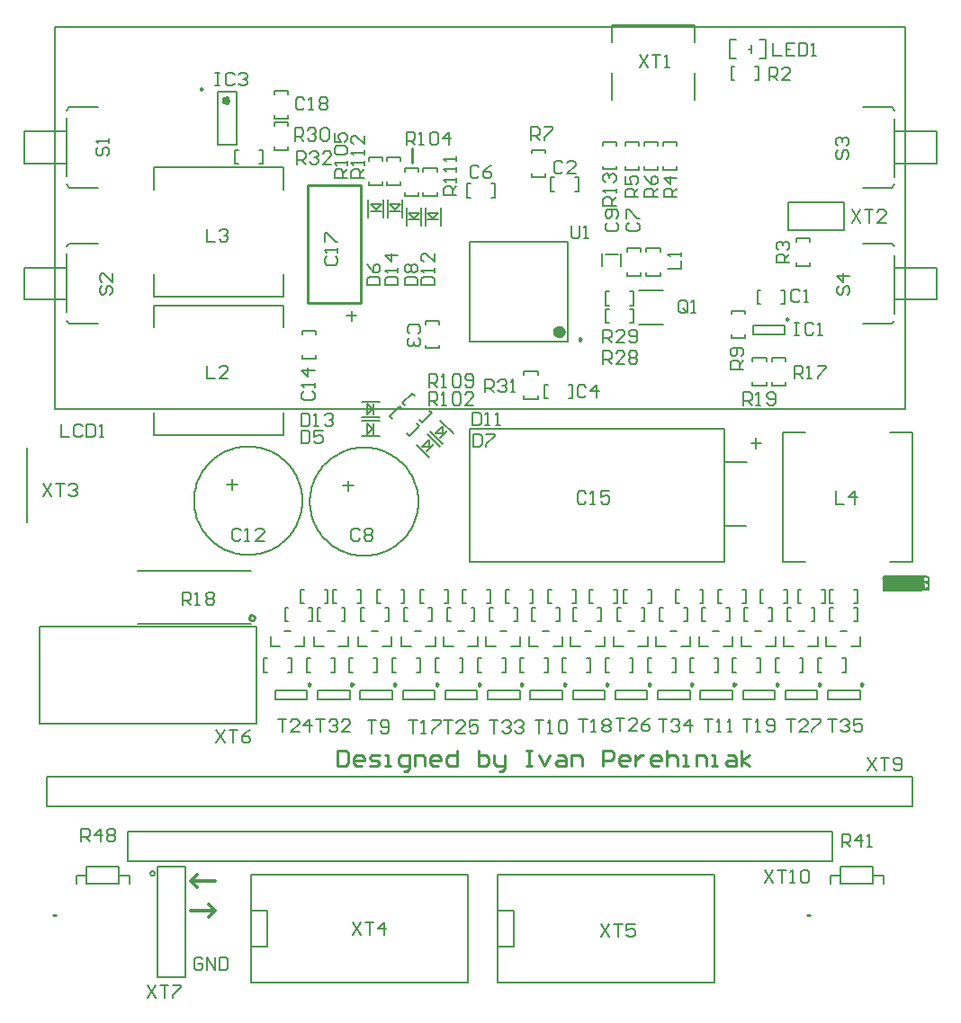
<source format=gto>
G04 Layer_Color=65535*
%FSAX25Y25*%
%MOIN*%
G70*
G01*
G75*
%ADD33C,0.01181*%
%ADD34C,0.00984*%
%ADD39C,0.01575*%
%ADD76C,0.02362*%
%ADD77C,0.01000*%
%ADD78C,0.00787*%
D33*
X0062205Y0048031D02*
X0071260D01*
X0062205D02*
X0064567Y0050394D01*
X0062205Y0048031D02*
X0064567Y0045669D01*
X0062205Y0037008D02*
X0071260D01*
X0068898Y0039370D02*
X0071260Y0037008D01*
X0068898Y0034646D02*
X0071260Y0037008D01*
D34*
X0206874Y0248874D02*
X0206136Y0249300D01*
Y0248448D01*
X0206874Y0248874D01*
X0311319Y0120866D02*
X0310581Y0121292D01*
Y0120440D01*
X0311319Y0120866D01*
X0248327D02*
X0247589Y0121292D01*
Y0120440D01*
X0248327Y0120866D01*
X0185335D02*
X0184596Y0121292D01*
Y0120440D01*
X0185335Y0120866D01*
X0122343D02*
X0121604Y0121292D01*
Y0120440D01*
X0122343Y0120866D01*
X0295571D02*
X0294833Y0121292D01*
Y0120440D01*
X0295571Y0120866D01*
X0232579D02*
X0231840Y0121292D01*
Y0120440D01*
X0232579Y0120866D01*
X0169587D02*
X0168848Y0121292D01*
Y0120440D01*
X0169587Y0120866D01*
X0106595D02*
X0105856Y0121292D01*
Y0120440D01*
X0106595Y0120866D01*
X0279823D02*
X0279085Y0121292D01*
Y0120440D01*
X0279823Y0120866D01*
X0216831D02*
X0216092Y0121292D01*
Y0120440D01*
X0216831Y0120866D01*
X0153839D02*
X0153100Y0121292D01*
Y0120440D01*
X0153839Y0120866D01*
X0264075D02*
X0263337Y0121292D01*
Y0120440D01*
X0264075Y0120866D01*
X0201083D02*
X0200344Y0121292D01*
Y0120440D01*
X0201083Y0120866D01*
X0138091D02*
X0137352Y0121292D01*
Y0120440D01*
X0138091Y0120866D01*
X0066634Y0341555D02*
X0065896Y0341981D01*
Y0341129D01*
X0066634Y0341555D01*
X0283563Y0256299D02*
X0282825Y0256725D01*
Y0255873D01*
X0283563Y0256299D01*
X0116535Y0096455D02*
Y0090551D01*
X0119487D01*
X0120471Y0091535D01*
Y0095471D01*
X0119487Y0096455D01*
X0116535D01*
X0125391Y0090551D02*
X0123423D01*
X0122439Y0091535D01*
Y0093503D01*
X0123423Y0094487D01*
X0125391D01*
X0126375Y0093503D01*
Y0092519D01*
X0122439D01*
X0128343Y0090551D02*
X0131294D01*
X0132278Y0091535D01*
X0131294Y0092519D01*
X0129327D01*
X0128343Y0093503D01*
X0129327Y0094487D01*
X0132278D01*
X0134246Y0090551D02*
X0136214D01*
X0135230D01*
Y0094487D01*
X0134246D01*
X0141134Y0088583D02*
X0142118D01*
X0143102Y0089567D01*
Y0094487D01*
X0140150D01*
X0139166Y0093503D01*
Y0091535D01*
X0140150Y0090551D01*
X0143102D01*
X0145070D02*
Y0094487D01*
X0148021D01*
X0149005Y0093503D01*
Y0090551D01*
X0153925D02*
X0151957D01*
X0150973Y0091535D01*
Y0093503D01*
X0151957Y0094487D01*
X0153925D01*
X0154909Y0093503D01*
Y0092519D01*
X0150973D01*
X0160812Y0096455D02*
Y0090551D01*
X0157861D01*
X0156877Y0091535D01*
Y0093503D01*
X0157861Y0094487D01*
X0160812D01*
X0168684Y0096455D02*
Y0090551D01*
X0171636D01*
X0172620Y0091535D01*
Y0092519D01*
Y0093503D01*
X0171636Y0094487D01*
X0168684D01*
X0174588D02*
Y0091535D01*
X0175571Y0090551D01*
X0178523D01*
Y0089567D01*
X0177539Y0088583D01*
X0176555D01*
X0178523Y0090551D02*
Y0094487D01*
X0186395Y0096455D02*
X0188363D01*
X0187379D01*
Y0090551D01*
X0186395D01*
X0188363D01*
X0191314Y0094487D02*
X0193282Y0090551D01*
X0195250Y0094487D01*
X0198202D02*
X0200170D01*
X0201154Y0093503D01*
Y0090551D01*
X0198202D01*
X0197218Y0091535D01*
X0198202Y0092519D01*
X0201154D01*
X0203122Y0090551D02*
Y0094487D01*
X0206073D01*
X0207057Y0093503D01*
Y0090551D01*
X0214929D02*
Y0096455D01*
X0217881D01*
X0218864Y0095471D01*
Y0093503D01*
X0217881Y0092519D01*
X0214929D01*
X0223784Y0090551D02*
X0221816D01*
X0220832Y0091535D01*
Y0093503D01*
X0221816Y0094487D01*
X0223784D01*
X0224768Y0093503D01*
Y0092519D01*
X0220832D01*
X0226736Y0094487D02*
Y0090551D01*
Y0092519D01*
X0227720Y0093503D01*
X0228704Y0094487D01*
X0229688D01*
X0235591Y0090551D02*
X0233624D01*
X0232640Y0091535D01*
Y0093503D01*
X0233624Y0094487D01*
X0235591D01*
X0236575Y0093503D01*
Y0092519D01*
X0232640D01*
X0238543Y0096455D02*
Y0090551D01*
Y0093503D01*
X0239527Y0094487D01*
X0241495D01*
X0242479Y0093503D01*
Y0090551D01*
X0244447D02*
X0246415D01*
X0245431D01*
Y0094487D01*
X0244447D01*
X0249366Y0090551D02*
Y0094487D01*
X0252318D01*
X0253302Y0093503D01*
Y0090551D01*
X0255270D02*
X0257238D01*
X0256254D01*
Y0094487D01*
X0255270D01*
X0261174D02*
X0263141D01*
X0264125Y0093503D01*
Y0090551D01*
X0261174D01*
X0260190Y0091535D01*
X0261174Y0092519D01*
X0264125D01*
X0266093Y0090551D02*
Y0096455D01*
Y0092519D02*
X0269045Y0094487D01*
X0266093Y0092519D02*
X0269045Y0090551D01*
D39*
X0075984Y0337402D02*
X0075440Y0338150D01*
X0074560Y0337864D01*
Y0336939D01*
X0075440Y0336653D01*
X0075984Y0337402D01*
D76*
X0199689Y0251630D02*
X0199244Y0252553D01*
X0198245Y0252781D01*
X0197444Y0252142D01*
Y0251117D01*
X0198245Y0250478D01*
X0199244Y0250707D01*
X0199689Y0251630D01*
D77*
X0291437Y0035236D02*
X0290650D01*
X0291437D01*
X0012106D02*
X0011319D01*
X0012106D01*
X0085995Y0145551D02*
X0085576Y0146422D01*
X0084634Y0146637D01*
X0083879Y0146034D01*
Y0145068D01*
X0084634Y0144466D01*
X0085576Y0144681D01*
X0085995Y0145551D01*
X0144095Y0314173D02*
Y0319685D01*
X0105413Y0262303D02*
X0125197D01*
Y0306004D01*
X0125295Y0306102D01*
X0105413D02*
X0125295D01*
X0105413Y0262303D02*
Y0306102D01*
D78*
X0103540Y0188976D02*
X0103515Y0189977D01*
X0103440Y0190975D01*
X0103315Y0191968D01*
X0103141Y0192954D01*
X0102919Y0193930D01*
X0102648Y0194894D01*
X0102329Y0195842D01*
X0101963Y0196774D01*
X0101551Y0197687D01*
X0101095Y0198577D01*
X0100594Y0199444D01*
X0100051Y0200285D01*
X0099467Y0201098D01*
X0098843Y0201880D01*
X0098181Y0202631D01*
X0097482Y0203347D01*
X0096748Y0204028D01*
X0095981Y0204672D01*
X0095183Y0205276D01*
X0094356Y0205840D01*
X0093502Y0206362D01*
X0092623Y0206840D01*
X0091721Y0207275D01*
X0090799Y0207664D01*
X0089858Y0208006D01*
X0088902Y0208301D01*
X0087932Y0208548D01*
X0086950Y0208746D01*
X0085961Y0208895D01*
X0084965Y0208995D01*
X0083965Y0209045D01*
X0082964D01*
X0081964Y0208995D01*
X0080968Y0208895D01*
X0079979Y0208746D01*
X0078997Y0208548D01*
X0078027Y0208301D01*
X0077071Y0208006D01*
X0076130Y0207664D01*
X0075208Y0207275D01*
X0074306Y0206840D01*
X0073427Y0206362D01*
X0072573Y0205840D01*
X0071746Y0205276D01*
X0070948Y0204672D01*
X0070181Y0204028D01*
X0069448Y0203347D01*
X0068749Y0202631D01*
X0068086Y0201880D01*
X0067462Y0201098D01*
X0066878Y0200285D01*
X0066335Y0199444D01*
X0065834Y0198577D01*
X0065378Y0197687D01*
X0064966Y0196774D01*
X0064600Y0195842D01*
X0064282Y0194894D01*
X0064011Y0193930D01*
X0063788Y0192954D01*
X0063614Y0191968D01*
X0063489Y0190975D01*
X0063415Y0189977D01*
X0063390Y0188976D01*
X0063415Y0187976D01*
X0063489Y0186978D01*
X0063614Y0185984D01*
X0063788Y0184999D01*
X0064011Y0184023D01*
X0064282Y0183059D01*
X0064600Y0182110D01*
X0064966Y0181179D01*
X0065378Y0180266D01*
X0065834Y0179376D01*
X0066335Y0178509D01*
X0066878Y0177668D01*
X0067462Y0176855D01*
X0068086Y0176073D01*
X0068749Y0175322D01*
X0069448Y0174605D01*
X0070181Y0173925D01*
X0070948Y0173281D01*
X0071746Y0172677D01*
X0072573Y0172113D01*
X0073427Y0171591D01*
X0074306Y0171112D01*
X0075208Y0170678D01*
X0076130Y0170289D01*
X0077071Y0169947D01*
X0078027Y0169652D01*
X0078997Y0169405D01*
X0079979Y0169207D01*
X0080968Y0169057D01*
X0081964Y0168958D01*
X0082964Y0168908D01*
X0083965D01*
X0084965Y0168958D01*
X0085961Y0169057D01*
X0086951Y0169207D01*
X0087932Y0169405D01*
X0088902Y0169652D01*
X0089858Y0169947D01*
X0090799Y0170289D01*
X0091721Y0170678D01*
X0092623Y0171112D01*
X0093502Y0171591D01*
X0094356Y0172113D01*
X0095183Y0172677D01*
X0095981Y0173281D01*
X0096748Y0173925D01*
X0097482Y0174606D01*
X0098181Y0175322D01*
X0098843Y0176073D01*
X0099467Y0176855D01*
X0100051Y0177668D01*
X0100594Y0178509D01*
X0101095Y0179376D01*
X0101551Y0180266D01*
X0101963Y0181179D01*
X0102329Y0182110D01*
X0102648Y0183059D01*
X0102919Y0184023D01*
X0103141Y0184999D01*
X0103315Y0185985D01*
X0103440Y0186978D01*
X0103515Y0187976D01*
X0103540Y0188976D01*
X0146453Y0188583D02*
X0146428Y0189583D01*
X0146353Y0190582D01*
X0146229Y0191575D01*
X0146055Y0192560D01*
X0145832Y0193536D01*
X0145561Y0194500D01*
X0145242Y0195449D01*
X0144877Y0196380D01*
X0144465Y0197293D01*
X0144008Y0198184D01*
X0143508Y0199050D01*
X0142965Y0199891D01*
X0142380Y0200704D01*
X0141756Y0201487D01*
X0141094Y0202237D01*
X0140395Y0202954D01*
X0139661Y0203634D01*
X0138894Y0204278D01*
X0138096Y0204882D01*
X0137269Y0205446D01*
X0136415Y0205968D01*
X0135536Y0206447D01*
X0134634Y0206881D01*
X0133712Y0207270D01*
X0132772Y0207612D01*
X0131815Y0207907D01*
X0130845Y0208154D01*
X0129864Y0208353D01*
X0128874Y0208502D01*
X0127878Y0208601D01*
X0126878Y0208651D01*
X0125877D01*
X0124878Y0208601D01*
X0123882Y0208502D01*
X0122892Y0208353D01*
X0121911Y0208154D01*
X0120941Y0207907D01*
X0119984Y0207612D01*
X0119044Y0207270D01*
X0118121Y0206881D01*
X0117220Y0206447D01*
X0116340Y0205968D01*
X0115486Y0205446D01*
X0114659Y0204882D01*
X0113862Y0204278D01*
X0113095Y0203635D01*
X0112361Y0202954D01*
X0111662Y0202237D01*
X0111000Y0201487D01*
X0110376Y0200704D01*
X0109791Y0199891D01*
X0109248Y0199050D01*
X0108748Y0198184D01*
X0108291Y0197293D01*
X0107879Y0196380D01*
X0107514Y0195449D01*
X0107195Y0194500D01*
X0106924Y0193536D01*
X0106701Y0192560D01*
X0106527Y0191575D01*
X0106403Y0190582D01*
X0106328Y0189583D01*
X0106303Y0188583D01*
X0106328Y0187582D01*
X0106403Y0186584D01*
X0106527Y0185591D01*
X0106701Y0184605D01*
X0106924Y0183629D01*
X0107195Y0182666D01*
X0107514Y0181717D01*
X0107879Y0180785D01*
X0108291Y0179873D01*
X0108748Y0178982D01*
X0109248Y0178115D01*
X0109791Y0177274D01*
X0110376Y0176461D01*
X0111000Y0175679D01*
X0111662Y0174928D01*
X0112361Y0174212D01*
X0113095Y0173531D01*
X0113862Y0172888D01*
X0114659Y0172283D01*
X0115486Y0171719D01*
X0116340Y0171197D01*
X0117220Y0170719D01*
X0118122Y0170284D01*
X0119044Y0169896D01*
X0119984Y0169553D01*
X0120941Y0169258D01*
X0121911Y0169011D01*
X0122892Y0168813D01*
X0123882Y0168664D01*
X0124878Y0168564D01*
X0125877Y0168514D01*
X0126878D01*
X0127878Y0168564D01*
X0128874Y0168664D01*
X0129864Y0168813D01*
X0130845Y0169011D01*
X0131815Y0169258D01*
X0132772Y0169553D01*
X0133712Y0169896D01*
X0134634Y0170284D01*
X0135536Y0170719D01*
X0136416Y0171197D01*
X0137270Y0171719D01*
X0138097Y0172283D01*
X0138894Y0172888D01*
X0139661Y0173531D01*
X0140395Y0174212D01*
X0141094Y0174928D01*
X0141756Y0175679D01*
X0142380Y0176461D01*
X0142965Y0177274D01*
X0143508Y0178115D01*
X0144008Y0178982D01*
X0144465Y0179873D01*
X0144877Y0180785D01*
X0145242Y0181717D01*
X0145561Y0182666D01*
X0145832Y0183629D01*
X0146055Y0184605D01*
X0146229Y0185591D01*
X0146353Y0186584D01*
X0146428Y0187582D01*
X0146453Y0188583D01*
X0048912Y0050787D02*
X0048472Y0051550D01*
X0047591D01*
X0047151Y0050787D01*
X0047591Y0050025D01*
X0048472D01*
X0048912Y0050787D01*
X0318701Y0046850D02*
Y0050000D01*
X0314764D02*
X0318701D01*
X0302953Y0046850D02*
Y0050787D01*
Y0046850D02*
X0314764D01*
Y0053150D01*
X0302953D02*
X0314764D01*
X0302953Y0050000D02*
Y0053150D01*
X0299016Y0050000D02*
X0302953D01*
X0299016Y0046850D02*
Y0050000D01*
X0019685Y0046850D02*
Y0050000D01*
X0023622D01*
Y0053150D01*
X0035433D01*
Y0046850D02*
Y0053150D01*
X0023622Y0046850D02*
X0035433D01*
X0023622D02*
Y0050787D01*
X0035433Y0050000D02*
X0039370D01*
Y0046850D02*
Y0050000D01*
X0127559Y0217717D02*
X0129528Y0215748D01*
X0127559Y0213779D02*
X0129528Y0215748D01*
X0127559Y0213779D02*
Y0217717D01*
X0129921Y0213779D02*
Y0217717D01*
X0125591Y0212992D02*
X0132283D01*
X0125591Y0218504D02*
X0132283D01*
X0127559Y0224803D02*
X0129528Y0222835D01*
X0127559Y0220866D02*
X0129528Y0222835D01*
X0127559Y0220866D02*
Y0224803D01*
X0129921Y0220866D02*
Y0224803D01*
X0125591Y0220079D02*
X0132283D01*
X0125591Y0225591D02*
X0132283D01*
X0147753Y0217919D02*
X0151372Y0221538D01*
X0150467Y0222443D02*
X0151372Y0221538D01*
X0146848Y0218824D02*
X0147753Y0217919D01*
X0144134Y0228776D02*
X0145039Y0227872D01*
X0140515Y0225157D02*
X0141420Y0224253D01*
X0140515Y0225157D02*
X0144134Y0228776D01*
X0135910Y0220314D02*
X0139529Y0223933D01*
X0135910Y0220314D02*
X0136815Y0219409D01*
X0139529Y0223933D02*
X0140434Y0223028D01*
X0142243Y0213980D02*
X0143148Y0213075D01*
X0145862Y0217599D02*
X0146767Y0216694D01*
X0143148Y0213075D02*
X0146767Y0216694D01*
X0150557Y0208892D02*
Y0211676D01*
X0147773Y0208892D02*
X0150557D01*
X0147773D02*
X0150557Y0211676D01*
X0149443Y0207222D02*
X0152227Y0210006D01*
X0145824Y0209727D02*
X0150557Y0204995D01*
X0149722Y0213625D02*
X0154454Y0208892D01*
X0155484Y0213808D02*
Y0216591D01*
X0152700Y0213808D02*
X0155484D01*
X0152700D02*
X0155484Y0216591D01*
X0154370Y0212137D02*
X0157154Y0214921D01*
X0150751Y0214643D02*
X0155484Y0209910D01*
X0154649Y0218540D02*
X0159381Y0213808D01*
X0141535Y0312205D02*
X0146653D01*
X0141535Y0310925D02*
Y0312205D01*
X0146653Y0310925D02*
Y0312205D01*
X0141535Y0301969D02*
Y0303248D01*
X0146653Y0301969D02*
Y0303248D01*
X0141535Y0301969D02*
X0146653D01*
X0148228Y0301969D02*
X0153347D01*
Y0303248D01*
X0148228Y0301969D02*
Y0303248D01*
X0153347Y0310925D02*
Y0312205D01*
X0148228Y0310925D02*
Y0312205D01*
X0153347D01*
X0134843Y0305906D02*
X0139961D01*
Y0307185D01*
X0134843Y0305906D02*
Y0307185D01*
X0139961Y0314862D02*
Y0316142D01*
X0134843Y0314862D02*
Y0316142D01*
X0139961D01*
X0128150Y0316142D02*
X0133268D01*
X0128150Y0314862D02*
Y0316142D01*
X0133268Y0314862D02*
Y0316142D01*
X0128150Y0305906D02*
Y0307185D01*
X0133268Y0305906D02*
Y0307185D01*
X0128150Y0305906D02*
X0133268D01*
X0133465Y0294094D02*
Y0300787D01*
X0127953Y0294094D02*
Y0300787D01*
X0128740Y0296457D02*
X0132677D01*
X0128740Y0298819D02*
X0132677D01*
X0128740D02*
X0130709Y0296850D01*
X0132677Y0298819D01*
X0140551Y0294094D02*
Y0300787D01*
X0135039Y0294094D02*
Y0300787D01*
X0135827Y0296457D02*
X0139764D01*
X0135827Y0298819D02*
X0139764D01*
X0135827D02*
X0137795Y0296850D01*
X0139764Y0298819D01*
X0147638Y0290945D02*
Y0297638D01*
X0142126Y0290945D02*
Y0297638D01*
X0142913Y0293307D02*
X0146850D01*
X0142913Y0295669D02*
X0146850D01*
X0142913D02*
X0144882Y0293701D01*
X0146850Y0295669D01*
X0154724Y0290945D02*
Y0297638D01*
X0149213Y0290945D02*
Y0297638D01*
X0150000Y0293307D02*
X0153937D01*
X0150000Y0295669D02*
X0153937D01*
X0150000D02*
X0151969Y0293701D01*
X0153937Y0295669D01*
X0096457Y0304331D02*
Y0312598D01*
X0048425D02*
X0096457D01*
X0048425Y0304331D02*
Y0312598D01*
Y0264567D02*
Y0272835D01*
Y0264567D02*
X0096457D01*
Y0272835D01*
X0042421Y0162992D02*
X0084449D01*
X0042421Y0143307D02*
X0084547D01*
X0202953Y0135039D02*
X0206496D01*
X0202953D02*
Y0138583D01*
X0212008Y0135039D02*
X0215551D01*
Y0138583D01*
X0208071Y0140551D02*
X0210433D01*
X0187402Y0135039D02*
X0190945D01*
X0187402D02*
Y0138583D01*
X0196457Y0135039D02*
X0200000D01*
Y0138583D01*
X0192520Y0140551D02*
X0194882D01*
X0218898Y0135039D02*
X0222441D01*
X0218898D02*
Y0138583D01*
X0227953Y0135039D02*
X0231496D01*
Y0138583D01*
X0224016Y0140551D02*
X0226378D01*
X0171653Y0135039D02*
X0175197D01*
X0171653D02*
Y0138583D01*
X0180709Y0135039D02*
X0184252D01*
Y0138583D01*
X0176772Y0140551D02*
X0179134D01*
X0155905Y0135039D02*
X0159449D01*
X0155905D02*
Y0138583D01*
X0164961Y0135039D02*
X0168504D01*
Y0138583D01*
X0161024Y0140551D02*
X0163386D01*
X0172835Y0144291D02*
Y0149409D01*
Y0144291D02*
X0174114D01*
X0172835Y0149409D02*
X0174114D01*
X0181791Y0144291D02*
X0183071D01*
X0181791Y0149409D02*
X0183071D01*
Y0144291D02*
Y0149409D01*
X0140157Y0135039D02*
X0143701D01*
X0140157D02*
Y0138583D01*
X0149213Y0135039D02*
X0152756D01*
Y0138583D01*
X0145276Y0140551D02*
X0147638D01*
X0141339Y0144291D02*
Y0149409D01*
Y0144291D02*
X0142618D01*
X0141339Y0149409D02*
X0142618D01*
X0150295Y0144291D02*
X0151575D01*
X0150295Y0149409D02*
X0151575D01*
Y0144291D02*
Y0149409D01*
X0124016Y0135039D02*
X0127559D01*
X0124016D02*
Y0138583D01*
X0133071Y0135039D02*
X0136614D01*
Y0138583D01*
X0129134Y0140551D02*
X0131496D01*
X0107874Y0135039D02*
X0111417D01*
X0107874D02*
Y0138583D01*
X0116929Y0135039D02*
X0120472D01*
Y0138583D01*
X0112992Y0140551D02*
X0115354D01*
X0125197Y0144291D02*
Y0149409D01*
Y0144291D02*
X0126476D01*
X0125197Y0149409D02*
X0126476D01*
X0134153Y0144291D02*
X0135433D01*
X0134153Y0149409D02*
X0135433D01*
Y0144291D02*
Y0149409D01*
X0091732Y0135039D02*
X0095276D01*
X0091732D02*
Y0138583D01*
X0100787Y0135039D02*
X0104331D01*
Y0138583D01*
X0096850Y0140551D02*
X0099213D01*
X0109055Y0144291D02*
Y0149409D01*
Y0144291D02*
X0110335D01*
X0109055Y0149409D02*
X0110335D01*
X0118012Y0144291D02*
X0119291D01*
X0118012Y0149409D02*
X0119291D01*
Y0144291D02*
Y0149409D01*
X0097047Y0144291D02*
Y0149409D01*
Y0144291D02*
X0098327D01*
X0097047Y0149409D02*
X0098327D01*
X0106004Y0144291D02*
X0107283D01*
X0106004Y0149409D02*
X0107283D01*
Y0144291D02*
Y0149409D01*
X0203937Y0144291D02*
Y0149409D01*
Y0144291D02*
X0205217D01*
X0203937Y0149409D02*
X0205217D01*
X0212894Y0144291D02*
X0214173D01*
X0212894Y0149409D02*
X0214173D01*
Y0144291D02*
Y0149409D01*
X0234646Y0135039D02*
X0238189D01*
X0234646D02*
Y0138583D01*
X0243701Y0135039D02*
X0247244D01*
Y0138583D01*
X0239764Y0140551D02*
X0242126D01*
X0220079Y0144291D02*
Y0149409D01*
Y0144291D02*
X0221358D01*
X0220079Y0149409D02*
X0221358D01*
X0229035Y0144291D02*
X0230315D01*
X0229035Y0149409D02*
X0230315D01*
Y0144291D02*
Y0149409D01*
X0235827Y0144291D02*
Y0149409D01*
Y0144291D02*
X0237106D01*
X0235827Y0149409D02*
X0237106D01*
X0244783Y0144291D02*
X0246063D01*
X0244783Y0149409D02*
X0246063D01*
Y0144291D02*
Y0149409D01*
X0250394Y0135039D02*
X0253937D01*
X0250394D02*
Y0138583D01*
X0259449Y0135039D02*
X0262992D01*
Y0138583D01*
X0255512Y0140551D02*
X0257874D01*
X0251575Y0144291D02*
Y0149409D01*
Y0144291D02*
X0252854D01*
X0251575Y0149409D02*
X0252854D01*
X0260531Y0144291D02*
X0261811D01*
X0260531Y0149409D02*
X0261811D01*
Y0144291D02*
Y0149409D01*
X0188583Y0144291D02*
Y0149409D01*
Y0144291D02*
X0189862D01*
X0188583Y0149409D02*
X0189862D01*
X0197539Y0144291D02*
X0198819D01*
X0197539Y0149409D02*
X0198819D01*
Y0144291D02*
Y0149409D01*
X0266142Y0135039D02*
X0269685D01*
X0266142D02*
Y0138583D01*
X0275197Y0135039D02*
X0278740D01*
Y0138583D01*
X0271260Y0140551D02*
X0273622D01*
X0267126Y0144291D02*
Y0149409D01*
Y0144291D02*
X0268406D01*
X0267126Y0149409D02*
X0268406D01*
X0276083Y0144291D02*
X0277362D01*
X0276083Y0149409D02*
X0277362D01*
Y0144291D02*
Y0149409D01*
X0281890Y0135039D02*
X0285433D01*
X0281890D02*
Y0138583D01*
X0290945Y0135039D02*
X0294488D01*
Y0138583D01*
X0287008Y0140551D02*
X0289370D01*
X0297638Y0135039D02*
X0301181D01*
X0297638D02*
Y0138583D01*
X0306693Y0135039D02*
X0310236D01*
Y0138583D01*
X0302756Y0140551D02*
X0305118D01*
X0298819Y0144291D02*
Y0149409D01*
Y0144291D02*
X0300098D01*
X0298819Y0149409D02*
X0300098D01*
X0307776Y0144291D02*
X0309055D01*
X0307776Y0149409D02*
X0309055D01*
Y0144291D02*
Y0149409D01*
X0157087Y0144291D02*
Y0149409D01*
Y0144291D02*
X0158366D01*
X0157087Y0149409D02*
X0158366D01*
X0166043Y0144291D02*
X0167323D01*
X0166043Y0149409D02*
X0167323D01*
Y0144291D02*
Y0149409D01*
X0271654Y0208268D02*
Y0212205D01*
X0269685Y0210236D02*
X0273622D01*
X0259842Y0203150D02*
X0268110D01*
X0259842D02*
Y0215748D01*
X0165354D02*
X0259842D01*
X0165354Y0166142D02*
Y0215748D01*
Y0166142D02*
X0259842D01*
Y0203150D01*
Y0179528D02*
X0267717D01*
X0188386Y0319094D02*
X0193504D01*
X0188386Y0317815D02*
Y0319094D01*
X0193504Y0317815D02*
Y0319094D01*
X0188386Y0308858D02*
Y0310138D01*
X0193504Y0308858D02*
Y0310138D01*
X0188386Y0308858D02*
X0193504D01*
X0006142Y0106181D02*
X0086457D01*
X0006142D02*
Y0142402D01*
X0086457D01*
Y0106181D02*
Y0142402D01*
X0175839Y0050421D02*
X0256154D01*
Y0010264D02*
Y0050421D01*
X0175839Y0010264D02*
X0256154D01*
X0175839D02*
Y0050421D01*
Y0037036D02*
X0181744D01*
Y0023650D02*
Y0037036D01*
X0176232Y0023650D02*
X0181744D01*
X0084437Y0050421D02*
X0164752D01*
Y0010264D02*
Y0050421D01*
X0084437Y0010264D02*
X0164752D01*
X0084437D02*
Y0050421D01*
Y0037036D02*
X0090343D01*
Y0023650D02*
Y0037036D01*
X0084831Y0023650D02*
X0090343D01*
X0001575Y0181102D02*
Y0208662D01*
X0283465Y0299606D02*
X0304331D01*
Y0289370D02*
Y0299606D01*
X0283465Y0289370D02*
X0304331D01*
X0283465D02*
Y0299606D01*
X0248854Y0337673D02*
Y0347516D01*
X0218146Y0337673D02*
Y0347516D01*
X0248854Y0358933D02*
Y0365232D01*
X0218146D02*
X0248854D01*
X0218146Y0358933D02*
Y0365232D01*
X0201854Y0247890D02*
Y0284898D01*
X0165634Y0247890D02*
Y0284898D01*
Y0247890D02*
X0201854D01*
X0165634Y0284898D02*
X0201854D01*
X0298228Y0115354D02*
X0310039D01*
X0298228Y0118504D02*
X0310039D01*
X0298228Y0115354D02*
Y0118504D01*
X0310039Y0115354D02*
Y0118504D01*
X0247047Y0115354D02*
Y0118504D01*
X0235236Y0115354D02*
Y0118504D01*
X0247047D01*
X0235236Y0115354D02*
X0247047D01*
X0172244D02*
X0184055D01*
X0172244Y0118504D02*
X0184055D01*
X0172244Y0115354D02*
Y0118504D01*
X0184055Y0115354D02*
Y0118504D01*
X0121063Y0115354D02*
Y0118504D01*
X0109252Y0115354D02*
Y0118504D01*
X0121063D01*
X0109252Y0115354D02*
X0121063D01*
X0282480D02*
X0294291D01*
X0282480Y0118504D02*
X0294291D01*
X0282480Y0115354D02*
Y0118504D01*
X0294291Y0115354D02*
Y0118504D01*
X0231299Y0115354D02*
Y0118504D01*
X0219488Y0115354D02*
Y0118504D01*
X0231299D01*
X0219488Y0115354D02*
X0231299D01*
X0156496D02*
X0168307D01*
X0156496Y0118504D02*
X0168307D01*
X0156496Y0115354D02*
Y0118504D01*
X0168307Y0115354D02*
Y0118504D01*
X0105315Y0115354D02*
Y0118504D01*
X0093504Y0115354D02*
Y0118504D01*
X0105315D01*
X0093504Y0115354D02*
X0105315D01*
X0266732D02*
X0278543D01*
X0266732Y0118504D02*
X0278543D01*
X0266732Y0115354D02*
Y0118504D01*
X0278543Y0115354D02*
Y0118504D01*
X0215551Y0115354D02*
Y0118504D01*
X0203740Y0115354D02*
Y0118504D01*
X0215551D01*
X0203740Y0115354D02*
X0215551D01*
X0140748D02*
X0152559D01*
X0140748Y0118504D02*
X0152559D01*
X0140748Y0115354D02*
Y0118504D01*
X0152559Y0115354D02*
Y0118504D01*
X0250984Y0115354D02*
X0262795D01*
X0250984Y0118504D02*
X0262795D01*
X0250984Y0115354D02*
Y0118504D01*
X0262795Y0115354D02*
Y0118504D01*
X0199803Y0115354D02*
Y0118504D01*
X0187992Y0115354D02*
Y0118504D01*
X0199803D01*
X0187992Y0115354D02*
X0199803D01*
X0125000D02*
X0136811D01*
X0125000Y0118504D02*
X0136811D01*
X0125000Y0115354D02*
Y0118504D01*
X0136811Y0115354D02*
Y0118504D01*
X0322874Y0258417D02*
Y0280071D01*
Y0263535D02*
X0338622D01*
Y0275346D01*
X0322874D02*
X0338622D01*
X0311063Y0254480D02*
X0321693D01*
X0322874Y0255661D01*
X0311063Y0284401D02*
X0321693D01*
X0322874Y0283221D01*
Y0308917D02*
Y0330571D01*
Y0314035D02*
X0338622D01*
Y0325847D01*
X0322874D02*
X0338622D01*
X0311063Y0304980D02*
X0321693D01*
X0322874Y0306161D01*
X0311063Y0334901D02*
X0321693D01*
X0322874Y0333720D01*
X0016126Y0258811D02*
Y0280465D01*
X0000378Y0275346D02*
X0016126D01*
X0000378Y0263535D02*
Y0275346D01*
Y0263535D02*
X0016126D01*
X0017307Y0284401D02*
X0027937D01*
X0016126Y0283221D02*
X0017307Y0284401D01*
Y0254480D02*
X0027937D01*
X0016126Y0255661D02*
X0017307Y0254480D01*
X0016126Y0309311D02*
Y0330964D01*
X0000378Y0325847D02*
X0016126D01*
X0000378Y0314035D02*
Y0325847D01*
Y0314035D02*
X0016126D01*
X0017307Y0334901D02*
X0027937D01*
X0016126Y0333720D02*
X0017307Y0334901D01*
Y0304980D02*
X0027937D01*
X0016126Y0306161D02*
X0017307Y0304980D01*
X0304725Y0125394D02*
Y0130512D01*
X0303445D02*
X0304725D01*
X0303445Y0125394D02*
X0304725D01*
X0294488Y0130512D02*
X0295768D01*
X0294488Y0125394D02*
X0295768D01*
X0294488D02*
Y0130512D01*
X0241732Y0125394D02*
Y0130512D01*
X0240453D02*
X0241732D01*
X0240453Y0125394D02*
X0241732D01*
X0231496Y0130512D02*
X0232776D01*
X0231496Y0125394D02*
X0232776D01*
X0231496D02*
Y0130512D01*
X0178740Y0125394D02*
Y0130512D01*
X0177461D02*
X0178740D01*
X0177461Y0125394D02*
X0178740D01*
X0168504Y0130512D02*
X0169783D01*
X0168504Y0125394D02*
X0169783D01*
X0168504D02*
Y0130512D01*
X0115354Y0125394D02*
Y0130512D01*
X0114075D02*
X0115354D01*
X0114075Y0125394D02*
X0115354D01*
X0105118Y0130512D02*
X0106398D01*
X0105118Y0125394D02*
X0106398D01*
X0105118D02*
Y0130512D01*
X0298819Y0150984D02*
Y0156102D01*
Y0150984D02*
X0300098D01*
X0298819Y0156102D02*
X0300098D01*
X0307776Y0150984D02*
X0309055D01*
X0307776Y0156102D02*
X0309055D01*
Y0150984D02*
Y0156102D01*
X0251969Y0150984D02*
Y0156102D01*
X0250689D02*
X0251969D01*
X0250689Y0150984D02*
X0251969D01*
X0241732Y0156102D02*
X0243012D01*
X0241732Y0150984D02*
X0243012D01*
X0241732D02*
Y0156102D01*
X0188977Y0150984D02*
Y0156102D01*
X0187697D02*
X0188977D01*
X0187697Y0150984D02*
X0188977D01*
X0178740Y0156102D02*
X0180020D01*
X0178740Y0150984D02*
X0180020D01*
X0178740D02*
Y0156102D01*
X0125197Y0150984D02*
Y0156102D01*
X0123917D02*
X0125197D01*
X0123917Y0150984D02*
X0125197D01*
X0114961Y0156102D02*
X0116240D01*
X0114961Y0150984D02*
X0116240D01*
X0114961D02*
Y0156102D01*
X0288977Y0125394D02*
Y0130512D01*
X0287697D02*
X0288977D01*
X0287697Y0125394D02*
X0288977D01*
X0278740Y0130512D02*
X0280020D01*
X0278740Y0125394D02*
X0280020D01*
X0278740D02*
Y0130512D01*
X0225984Y0125394D02*
Y0130512D01*
X0224705D02*
X0225984D01*
X0224705Y0125394D02*
X0225984D01*
X0215748Y0130512D02*
X0217027D01*
X0215748Y0125394D02*
X0217027D01*
X0215748D02*
Y0130512D01*
X0162992Y0125394D02*
Y0130512D01*
X0161713D02*
X0162992D01*
X0161713Y0125394D02*
X0162992D01*
X0152756Y0130512D02*
X0154035D01*
X0152756Y0125394D02*
X0154035D01*
X0152756D02*
Y0130512D01*
X0099410Y0125394D02*
Y0130512D01*
X0098130D02*
X0099410D01*
X0098130Y0125394D02*
X0099410D01*
X0089173Y0130512D02*
X0090453D01*
X0089173Y0125394D02*
X0090453D01*
X0089173D02*
Y0130512D01*
X0297244Y0150984D02*
Y0156102D01*
X0295965D02*
X0297244D01*
X0295965Y0150984D02*
X0297244D01*
X0287008Y0156102D02*
X0288287D01*
X0287008Y0150984D02*
X0288287D01*
X0287008D02*
Y0156102D01*
X0232677Y0150984D02*
Y0156102D01*
X0231398D02*
X0232677D01*
X0231398Y0150984D02*
X0232677D01*
X0222441Y0156102D02*
X0223721D01*
X0222441Y0150984D02*
X0223721D01*
X0222441D02*
Y0156102D01*
X0173228Y0150984D02*
Y0156102D01*
X0171949D02*
X0173228D01*
X0171949Y0150984D02*
X0173228D01*
X0162992Y0156102D02*
X0164272D01*
X0162992Y0150984D02*
X0164272D01*
X0162992D02*
Y0156102D01*
X0112992Y0150984D02*
Y0156102D01*
X0111713D02*
X0112992D01*
X0111713Y0150984D02*
X0112992D01*
X0102756Y0156102D02*
X0104035D01*
X0102756Y0150984D02*
X0104035D01*
X0102756D02*
Y0156102D01*
X0273228Y0125394D02*
Y0130512D01*
X0271949D02*
X0273228D01*
X0271949Y0125394D02*
X0273228D01*
X0262992Y0130512D02*
X0264272D01*
X0262992Y0125394D02*
X0264272D01*
X0262992D02*
Y0130512D01*
X0210039Y0125394D02*
Y0130512D01*
X0208760D02*
X0210039D01*
X0208760Y0125394D02*
X0210039D01*
X0199803Y0130512D02*
X0201083D01*
X0199803Y0125394D02*
X0201083D01*
X0199803D02*
Y0130512D01*
X0147047Y0125394D02*
Y0130512D01*
X0145768D02*
X0147047D01*
X0145768Y0125394D02*
X0147047D01*
X0136811Y0130512D02*
X0138091D01*
X0136811Y0125394D02*
X0138091D01*
X0136811D02*
Y0130512D01*
X0283268Y0150984D02*
Y0156102D01*
X0281988D02*
X0283268D01*
X0281988Y0150984D02*
X0283268D01*
X0273031Y0156102D02*
X0274311D01*
X0273031Y0150984D02*
X0274311D01*
X0273031D02*
Y0156102D01*
X0220079Y0150984D02*
Y0156102D01*
X0218799D02*
X0220079D01*
X0218799Y0150984D02*
X0220079D01*
X0209842Y0156102D02*
X0211122D01*
X0209842Y0150984D02*
X0211122D01*
X0209842D02*
Y0156102D01*
X0157480Y0150984D02*
Y0156102D01*
X0156201D02*
X0157480D01*
X0156201Y0150984D02*
X0157480D01*
X0147244Y0156102D02*
X0148524D01*
X0147244Y0150984D02*
X0148524D01*
X0147244D02*
Y0156102D01*
X0257480Y0125394D02*
Y0130512D01*
X0256201D02*
X0257480D01*
X0256201Y0125394D02*
X0257480D01*
X0247244Y0130512D02*
X0248524D01*
X0247244Y0125394D02*
X0248524D01*
X0247244D02*
Y0130512D01*
X0194488Y0125394D02*
Y0130512D01*
X0193209D02*
X0194488D01*
X0193209Y0125394D02*
X0194488D01*
X0184252Y0130512D02*
X0185531D01*
X0184252Y0125394D02*
X0185531D01*
X0184252D02*
Y0130512D01*
X0131102Y0125394D02*
Y0130512D01*
X0129823D02*
X0131102D01*
X0129823Y0125394D02*
X0131102D01*
X0120866Y0130512D02*
X0122146D01*
X0120866Y0125394D02*
X0122146D01*
X0120866D02*
Y0130512D01*
X0267717Y0150984D02*
Y0156102D01*
X0266437D02*
X0267717D01*
X0266437Y0150984D02*
X0267717D01*
X0257480Y0156102D02*
X0258760D01*
X0257480Y0150984D02*
X0258760D01*
X0257480D02*
Y0156102D01*
X0204725Y0150984D02*
Y0156102D01*
X0203445D02*
X0204725D01*
X0203445Y0150984D02*
X0204725D01*
X0194488Y0156102D02*
X0195768D01*
X0194488Y0150984D02*
X0195768D01*
X0194488D02*
Y0156102D01*
X0141339Y0150984D02*
Y0156102D01*
X0140059D02*
X0141339D01*
X0140059Y0150984D02*
X0141339D01*
X0131102Y0156102D02*
X0132382D01*
X0131102Y0150984D02*
X0132382D01*
X0131102D02*
Y0156102D01*
X0088780Y0313976D02*
Y0319094D01*
X0087500D02*
X0088780D01*
X0087500Y0313976D02*
X0088780D01*
X0078543Y0319094D02*
X0079823D01*
X0078543Y0313976D02*
X0079823D01*
X0078543D02*
Y0319094D01*
X0093110Y0329134D02*
X0098228D01*
X0093110Y0327854D02*
Y0329134D01*
X0098228Y0327854D02*
Y0329134D01*
X0093110Y0318898D02*
Y0320177D01*
X0098228Y0318898D02*
Y0320177D01*
X0093110Y0318898D02*
X0098228D01*
X0215988Y0261394D02*
Y0266512D01*
Y0261394D02*
X0217268D01*
X0215988Y0266512D02*
X0217268D01*
X0224945Y0261394D02*
X0226224D01*
X0224945Y0266512D02*
X0226224D01*
Y0261394D02*
Y0266512D01*
X0215988Y0254894D02*
Y0260012D01*
Y0254894D02*
X0217268D01*
X0215988Y0260012D02*
X0217268D01*
X0224945Y0254894D02*
X0226224D01*
X0224945Y0260012D02*
X0226224D01*
Y0254894D02*
Y0260012D01*
X0185630Y0237008D02*
X0190748D01*
X0185630Y0235728D02*
Y0237008D01*
X0190748Y0235728D02*
Y0237008D01*
X0185630Y0226772D02*
Y0228051D01*
X0190748Y0226772D02*
Y0228051D01*
X0185630Y0226772D02*
X0190748D01*
X0270276Y0241969D02*
X0275394D01*
X0270276Y0240689D02*
Y0241969D01*
X0275394Y0240689D02*
Y0241969D01*
X0270276Y0231732D02*
Y0233012D01*
X0275394Y0231732D02*
Y0233012D01*
X0270276Y0231732D02*
X0275394D01*
X0277362Y0241969D02*
X0282480D01*
X0277362Y0240689D02*
Y0241969D01*
X0282480Y0240689D02*
Y0241969D01*
X0277362Y0231732D02*
Y0233012D01*
X0282480Y0231732D02*
Y0233012D01*
X0277362Y0231732D02*
X0282480D01*
X0214764Y0311811D02*
X0219882D01*
Y0313090D01*
X0214764Y0311811D02*
Y0313090D01*
X0219882Y0320768D02*
Y0322047D01*
X0214764Y0320768D02*
Y0322047D01*
X0219882D01*
X0223138Y0321921D02*
X0228256D01*
X0223138Y0320642D02*
Y0321921D01*
X0228256Y0320642D02*
Y0321921D01*
X0223138Y0311685D02*
Y0312965D01*
X0228256Y0311685D02*
Y0312965D01*
X0223138Y0311685D02*
X0228256D01*
X0230138Y0321921D02*
X0235256D01*
X0230138Y0320642D02*
Y0321921D01*
X0235256Y0320642D02*
Y0321921D01*
X0230138Y0311685D02*
Y0312965D01*
X0235256Y0311685D02*
Y0312965D01*
X0230138Y0311685D02*
X0235256D01*
X0237138Y0321921D02*
X0242256D01*
X0237138Y0320642D02*
Y0321921D01*
X0242256Y0320642D02*
Y0321921D01*
X0237138Y0311685D02*
Y0312965D01*
X0242256Y0311685D02*
Y0312965D01*
X0237138Y0311685D02*
X0242256D01*
X0286417Y0275984D02*
X0291535D01*
Y0277264D01*
X0286417Y0275984D02*
Y0277264D01*
X0291535Y0284941D02*
Y0286221D01*
X0286417Y0284941D02*
Y0286221D01*
X0291535D01*
X0272618Y0344882D02*
Y0350000D01*
X0271339D02*
X0272618D01*
X0271339Y0344882D02*
X0272618D01*
X0262382Y0350000D02*
X0263661D01*
X0262382Y0344882D02*
X0263661D01*
X0262382D02*
Y0350000D01*
X0228248Y0254134D02*
X0237106D01*
X0228248Y0267126D02*
X0237106D01*
X0261807Y0352898D02*
X0264169D01*
X0261807D02*
Y0359984D01*
X0264169D01*
X0272831Y0352898D02*
X0275193D01*
Y0359984D01*
X0272831D02*
X0275193D01*
X0269681Y0354866D02*
Y0357917D01*
X0268894Y0356392D02*
X0269681D01*
X0096457Y0253150D02*
Y0261417D01*
X0048425D02*
X0096457D01*
X0048425Y0253150D02*
Y0261417D01*
Y0213386D02*
Y0221654D01*
Y0213386D02*
X0096457D01*
Y0221654D01*
X0230906Y0272441D02*
X0236024D01*
Y0273720D01*
X0230906Y0272441D02*
Y0273720D01*
X0236024Y0281398D02*
Y0282677D01*
X0230906Y0281398D02*
Y0282677D01*
X0236024D01*
X0072047Y0320866D02*
X0079134D01*
X0072047Y0340551D02*
X0079134D01*
Y0320866D02*
Y0340551D01*
X0072047Y0320866D02*
Y0340551D01*
X0282284Y0250787D02*
Y0253937D01*
X0270472Y0250787D02*
Y0253937D01*
X0282284D01*
X0270472Y0250787D02*
X0282284D01*
X0093110Y0330709D02*
X0098228D01*
Y0331988D01*
X0093110Y0330709D02*
Y0331988D01*
X0098228Y0339665D02*
Y0340945D01*
X0093110Y0339665D02*
Y0340945D01*
X0098228D01*
X0119685Y0257480D02*
X0123622D01*
X0121752Y0255512D02*
Y0259449D01*
X0103347Y0241732D02*
X0108465D01*
Y0243012D01*
X0103347Y0241732D02*
Y0243012D01*
X0108465Y0250689D02*
Y0251969D01*
X0103347Y0250689D02*
Y0251969D01*
X0108465D01*
X0077559Y0192913D02*
Y0196850D01*
X0075591Y0194882D02*
X0079528D01*
X0215748Y0280315D02*
X0220472D01*
X0221654Y0275984D02*
Y0280709D01*
X0214567Y0275984D02*
Y0280709D01*
X0120472Y0192520D02*
Y0196457D01*
X0118504Y0194488D02*
X0122441D01*
X0223819Y0272441D02*
X0228937D01*
Y0273720D01*
X0223819Y0272441D02*
Y0273720D01*
X0228937Y0281398D02*
Y0282677D01*
X0223819Y0281398D02*
Y0282677D01*
X0228937D01*
X0174803Y0301378D02*
Y0306496D01*
X0173524D02*
X0174803D01*
X0173524Y0301378D02*
X0174803D01*
X0164567Y0306496D02*
X0165846D01*
X0164567Y0301378D02*
X0165846D01*
X0164567D02*
Y0306496D01*
X0193126Y0226835D02*
Y0231953D01*
Y0226835D02*
X0194405D01*
X0193126Y0231953D02*
X0194405D01*
X0202083Y0226835D02*
X0203362D01*
X0202083Y0231953D02*
X0203362D01*
Y0226835D02*
Y0231953D01*
X0149016Y0255709D02*
X0154134D01*
X0149016Y0254429D02*
Y0255709D01*
X0154134Y0254429D02*
Y0255709D01*
X0149016Y0245472D02*
Y0246752D01*
X0154134Y0245472D02*
Y0246752D01*
X0149016Y0245472D02*
X0154134D01*
X0205906Y0303740D02*
Y0308858D01*
X0204626D02*
X0205906D01*
X0204626Y0303740D02*
X0205906D01*
X0195669Y0308858D02*
X0196949D01*
X0195669Y0303740D02*
X0196949D01*
X0195669D02*
Y0308858D01*
X0272047Y0262008D02*
Y0267126D01*
Y0262008D02*
X0273327D01*
X0272047Y0267126D02*
X0273327D01*
X0281004Y0262008D02*
X0282284D01*
X0281004Y0267126D02*
X0282284D01*
Y0262008D02*
Y0267126D01*
X0262402Y0249213D02*
X0267520D01*
Y0250492D01*
X0262402Y0249213D02*
Y0250492D01*
X0267520Y0258169D02*
Y0259449D01*
X0262402Y0258169D02*
Y0259449D01*
X0267520D01*
X0060236Y0012205D02*
Y0053150D01*
X0050000Y0012205D02*
X0060236D01*
X0050000D02*
Y0053150D01*
X0060236D01*
X0283071Y0144291D02*
Y0149409D01*
Y0144291D02*
X0284350D01*
X0283071Y0149409D02*
X0284350D01*
X0292028Y0144291D02*
X0293307D01*
X0292028Y0149409D02*
X0293307D01*
Y0144291D02*
Y0149409D01*
X0321260Y0166142D02*
X0329528D01*
Y0214173D01*
X0321260D02*
X0329528D01*
X0281496D02*
X0289764D01*
X0281496Y0166142D02*
Y0214173D01*
Y0166142D02*
X0289764D01*
X0011811Y0364567D02*
X0173228D01*
X0011811Y0222835D02*
Y0364567D01*
Y0222835D02*
X0326772D01*
Y0364567D01*
X0173228D02*
X0326772D01*
X0038701Y0066193D02*
X0299724D01*
Y0055169D02*
Y0066193D01*
X0038701Y0055169D02*
X0299724D01*
X0038701D02*
Y0066193D01*
X0008701Y0086614D02*
X0329567D01*
Y0075591D02*
Y0086614D01*
X0008701Y0075591D02*
X0329567D01*
X0008701D02*
Y0086614D01*
X0062205Y0048031D02*
X0062205D01*
Y0048031D02*
Y0048031D01*
X0208660Y0191731D02*
X0207873Y0192518D01*
X0206299D01*
X0205512Y0191731D01*
Y0188582D01*
X0206299Y0187795D01*
X0207873D01*
X0208660Y0188582D01*
X0210235Y0187795D02*
X0211809D01*
X0211022D01*
Y0192518D01*
X0210235Y0191731D01*
X0217319Y0192518D02*
X0214170D01*
Y0190157D01*
X0215745Y0190944D01*
X0216532D01*
X0217319Y0190157D01*
Y0188582D01*
X0216532Y0187795D01*
X0214958D01*
X0214170Y0188582D01*
X0188300Y0322741D02*
Y0327464D01*
X0190661D01*
X0191449Y0326677D01*
Y0325102D01*
X0190661Y0324315D01*
X0188300D01*
X0189874D02*
X0191449Y0322741D01*
X0193023Y0327464D02*
X0196171D01*
Y0326677D01*
X0193023Y0323528D01*
Y0322741D01*
X0071653Y0103936D02*
X0074802Y0099213D01*
Y0103936D02*
X0071653Y0099213D01*
X0076376Y0103936D02*
X0079525D01*
X0077951D01*
Y0099213D01*
X0084248Y0103936D02*
X0082674Y0103148D01*
X0081099Y0101574D01*
Y0100000D01*
X0081887Y0099213D01*
X0083461D01*
X0084248Y0100000D01*
Y0100787D01*
X0083461Y0101574D01*
X0081099D01*
X0214173Y0031888D02*
X0217322Y0027165D01*
Y0031888D02*
X0214173Y0027165D01*
X0218896Y0031888D02*
X0222045D01*
X0220470D01*
Y0027165D01*
X0226768Y0031888D02*
X0223619D01*
Y0029527D01*
X0225193Y0030314D01*
X0225980D01*
X0226768Y0029527D01*
Y0027953D01*
X0225980Y0027165D01*
X0224406D01*
X0223619Y0027953D01*
X0122047Y0032676D02*
X0125196Y0027953D01*
Y0032676D02*
X0122047Y0027953D01*
X0126770Y0032676D02*
X0129919D01*
X0128344D01*
Y0027953D01*
X0133854D02*
Y0032676D01*
X0131493Y0030314D01*
X0134642D01*
X0007480Y0195274D02*
X0010629Y0190551D01*
Y0195274D02*
X0007480Y0190551D01*
X0012203Y0195274D02*
X0015352D01*
X0013777D01*
Y0190551D01*
X0016926Y0194487D02*
X0017713Y0195274D01*
X0019287D01*
X0020075Y0194487D01*
Y0193700D01*
X0019287Y0192913D01*
X0018500D01*
X0019287D01*
X0020075Y0192125D01*
Y0191338D01*
X0019287Y0190551D01*
X0017713D01*
X0016926Y0191338D01*
X0307087Y0296849D02*
X0310235Y0292126D01*
Y0296849D02*
X0307087Y0292126D01*
X0311809Y0296849D02*
X0314958D01*
X0313384D01*
Y0292126D01*
X0319681D02*
X0316532D01*
X0319681Y0295275D01*
Y0296062D01*
X0318894Y0296849D01*
X0317319D01*
X0316532Y0296062D01*
X0228346Y0354329D02*
X0231495Y0349606D01*
Y0354329D02*
X0228346Y0349606D01*
X0233069Y0354329D02*
X0236218D01*
X0234644D01*
Y0349606D01*
X0237792D02*
X0239367D01*
X0238579D01*
Y0354329D01*
X0237792Y0353542D01*
X0203150Y0290943D02*
Y0287008D01*
X0203937Y0286221D01*
X0205511D01*
X0206298Y0287008D01*
Y0290943D01*
X0207873Y0286221D02*
X0209447D01*
X0208660D01*
Y0290943D01*
X0207873Y0290156D01*
X0298228Y0107872D02*
X0301377D01*
X0299803D01*
Y0103150D01*
X0302951Y0107085D02*
X0303738Y0107872D01*
X0305313D01*
X0306100Y0107085D01*
Y0106298D01*
X0305313Y0105511D01*
X0304525D01*
X0305313D01*
X0306100Y0104724D01*
Y0103937D01*
X0305313Y0103150D01*
X0303738D01*
X0302951Y0103937D01*
X0310823Y0107872D02*
X0307674D01*
Y0105511D01*
X0309248Y0106298D01*
X0310035D01*
X0310823Y0105511D01*
Y0103937D01*
X0310035Y0103150D01*
X0308461D01*
X0307674Y0103937D01*
X0235433Y0107872D02*
X0238582D01*
X0237007D01*
Y0103150D01*
X0240156Y0107085D02*
X0240943Y0107872D01*
X0242517D01*
X0243304Y0107085D01*
Y0106298D01*
X0242517Y0105511D01*
X0241730D01*
X0242517D01*
X0243304Y0104724D01*
Y0103937D01*
X0242517Y0103150D01*
X0240943D01*
X0240156Y0103937D01*
X0247240Y0103150D02*
Y0107872D01*
X0244879Y0105511D01*
X0248027D01*
X0172835Y0107479D02*
X0175983D01*
X0174409D01*
Y0102756D01*
X0177558Y0106692D02*
X0178345Y0107479D01*
X0179919D01*
X0180706Y0106692D01*
Y0105904D01*
X0179919Y0105117D01*
X0179132D01*
X0179919D01*
X0180706Y0104330D01*
Y0103543D01*
X0179919Y0102756D01*
X0178345D01*
X0177558Y0103543D01*
X0182280Y0106692D02*
X0183068Y0107479D01*
X0184642D01*
X0185429Y0106692D01*
Y0105904D01*
X0184642Y0105117D01*
X0183855D01*
X0184642D01*
X0185429Y0104330D01*
Y0103543D01*
X0184642Y0102756D01*
X0183068D01*
X0182280Y0103543D01*
X0108661Y0107872D02*
X0111810D01*
X0110236D01*
Y0103150D01*
X0113384Y0107085D02*
X0114171Y0107872D01*
X0115746D01*
X0116533Y0107085D01*
Y0106298D01*
X0115746Y0105511D01*
X0114959D01*
X0115746D01*
X0116533Y0104724D01*
Y0103937D01*
X0115746Y0103150D01*
X0114171D01*
X0113384Y0103937D01*
X0121256Y0103150D02*
X0118107D01*
X0121256Y0106298D01*
Y0107085D01*
X0120469Y0107872D01*
X0118894D01*
X0118107Y0107085D01*
X0282874Y0107872D02*
X0286023D01*
X0284448D01*
Y0103150D01*
X0290745D02*
X0287597D01*
X0290745Y0106298D01*
Y0107085D01*
X0289958Y0107872D01*
X0288384D01*
X0287597Y0107085D01*
X0292320Y0107872D02*
X0295468D01*
Y0107085D01*
X0292320Y0103937D01*
Y0103150D01*
X0219685Y0108266D02*
X0222834D01*
X0221259D01*
Y0103543D01*
X0227556D02*
X0224408D01*
X0227556Y0106692D01*
Y0107479D01*
X0226769Y0108266D01*
X0225195D01*
X0224408Y0107479D01*
X0232279Y0108266D02*
X0230705Y0107479D01*
X0229131Y0105905D01*
Y0104330D01*
X0229918Y0103543D01*
X0231492D01*
X0232279Y0104330D01*
Y0105118D01*
X0231492Y0105905D01*
X0229131D01*
X0155905Y0107479D02*
X0159054D01*
X0157480D01*
Y0102756D01*
X0163777D02*
X0160628D01*
X0163777Y0105904D01*
Y0106692D01*
X0162990Y0107479D01*
X0161416D01*
X0160628Y0106692D01*
X0168500Y0107479D02*
X0165351D01*
Y0105117D01*
X0166926Y0105904D01*
X0167713D01*
X0168500Y0105117D01*
Y0103543D01*
X0167713Y0102756D01*
X0166138D01*
X0165351Y0103543D01*
X0094488Y0107872D02*
X0097637D01*
X0096062D01*
Y0103150D01*
X0102360D02*
X0099211D01*
X0102360Y0106298D01*
Y0107085D01*
X0101573Y0107872D01*
X0099998D01*
X0099211Y0107085D01*
X0106295Y0103150D02*
Y0107872D01*
X0103934Y0105511D01*
X0107082D01*
X0266732Y0107872D02*
X0269881D01*
X0268307D01*
Y0103150D01*
X0271455D02*
X0273029D01*
X0272242D01*
Y0107872D01*
X0271455Y0107085D01*
X0275391Y0103937D02*
X0276178Y0103150D01*
X0277752D01*
X0278539Y0103937D01*
Y0107085D01*
X0277752Y0107872D01*
X0276178D01*
X0275391Y0107085D01*
Y0106298D01*
X0276178Y0105511D01*
X0278539D01*
X0205906Y0107872D02*
X0209054D01*
X0207480D01*
Y0103150D01*
X0210628D02*
X0212203D01*
X0211416D01*
Y0107872D01*
X0210628Y0107085D01*
X0214564D02*
X0215351Y0107872D01*
X0216926D01*
X0217713Y0107085D01*
Y0106298D01*
X0216926Y0105511D01*
X0217713Y0104724D01*
Y0103937D01*
X0216926Y0103150D01*
X0215351D01*
X0214564Y0103937D01*
Y0104724D01*
X0215351Y0105511D01*
X0214564Y0106298D01*
Y0107085D01*
X0215351Y0105511D02*
X0216926D01*
X0142913Y0107479D02*
X0146062D01*
X0144488D01*
Y0102756D01*
X0147636D02*
X0149211D01*
X0148423D01*
Y0107479D01*
X0147636Y0106692D01*
X0151572Y0107479D02*
X0154721D01*
Y0106692D01*
X0151572Y0103543D01*
Y0102756D01*
X0252362Y0107872D02*
X0255511D01*
X0253937D01*
Y0103150D01*
X0257085D02*
X0258659D01*
X0257872D01*
Y0107872D01*
X0257085Y0107085D01*
X0261021Y0103150D02*
X0262595D01*
X0261808D01*
Y0107872D01*
X0261021Y0107085D01*
X0189764Y0107479D02*
X0192912D01*
X0191338D01*
Y0102756D01*
X0194487D02*
X0196061D01*
X0195274D01*
Y0107479D01*
X0194487Y0106692D01*
X0198422D02*
X0199209Y0107479D01*
X0200784D01*
X0201571Y0106692D01*
Y0103543D01*
X0200784Y0102756D01*
X0199209D01*
X0198422Y0103543D01*
Y0106692D01*
X0127756Y0107479D02*
X0130904D01*
X0129330D01*
Y0102756D01*
X0132479Y0103543D02*
X0133266Y0102756D01*
X0134840D01*
X0135627Y0103543D01*
Y0106692D01*
X0134840Y0107479D01*
X0133266D01*
X0132479Y0106692D01*
Y0105904D01*
X0133266Y0105117D01*
X0135627D01*
X0302363Y0268503D02*
X0301576Y0267716D01*
Y0266142D01*
X0302363Y0265354D01*
X0303151D01*
X0303938Y0266142D01*
Y0267716D01*
X0304725Y0268503D01*
X0305512D01*
X0306299Y0267716D01*
Y0266142D01*
X0305512Y0265354D01*
X0306299Y0272439D02*
X0301576D01*
X0303938Y0270077D01*
Y0273226D01*
X0301970Y0318897D02*
X0301183Y0318109D01*
Y0316535D01*
X0301970Y0315748D01*
X0302757D01*
X0303544Y0316535D01*
Y0318109D01*
X0304331Y0318897D01*
X0305118D01*
X0305906Y0318109D01*
Y0316535D01*
X0305118Y0315748D01*
X0301970Y0320471D02*
X0301183Y0321258D01*
Y0322832D01*
X0301970Y0323620D01*
X0302757D01*
X0303544Y0322832D01*
Y0322045D01*
Y0322832D01*
X0304331Y0323620D01*
X0305118D01*
X0305906Y0322832D01*
Y0321258D01*
X0305118Y0320471D01*
X0029135Y0268503D02*
X0028348Y0267716D01*
Y0266142D01*
X0029135Y0265354D01*
X0029922D01*
X0030709Y0266142D01*
Y0267716D01*
X0031497Y0268503D01*
X0032284D01*
X0033071Y0267716D01*
Y0266142D01*
X0032284Y0265354D01*
X0033071Y0273226D02*
Y0270077D01*
X0029922Y0273226D01*
X0029135D01*
X0028348Y0272439D01*
Y0270864D01*
X0029135Y0270077D01*
X0027954Y0320078D02*
X0027167Y0319291D01*
Y0317716D01*
X0027954Y0316929D01*
X0028741D01*
X0029528Y0317716D01*
Y0319291D01*
X0030316Y0320078D01*
X0031103D01*
X0031890Y0319291D01*
Y0317716D01*
X0031103Y0316929D01*
X0031890Y0321652D02*
Y0323226D01*
Y0322439D01*
X0027167D01*
X0027954Y0321652D01*
X0320079Y0155905D02*
Y0160628D01*
X0322440D01*
X0323227Y0159841D01*
Y0158267D01*
X0322440Y0157480D01*
X0320079D01*
X0321653D02*
X0323227Y0155905D01*
X0324802Y0156693D02*
X0325589Y0155905D01*
X0327163D01*
X0327950Y0156693D01*
Y0159841D01*
X0327163Y0160628D01*
X0325589D01*
X0324802Y0159841D01*
Y0159054D01*
X0325589Y0158267D01*
X0327950D01*
X0329524Y0159841D02*
X0330312Y0160628D01*
X0331886D01*
X0332673Y0159841D01*
Y0159054D01*
X0331886Y0158267D01*
X0332673Y0157480D01*
Y0156693D01*
X0331886Y0155905D01*
X0330312D01*
X0329524Y0156693D01*
Y0157480D01*
X0330312Y0158267D01*
X0329524Y0159054D01*
Y0159841D01*
X0330312Y0158267D02*
X0331886D01*
X0320866Y0155512D02*
Y0160235D01*
X0323228D01*
X0324015Y0159448D01*
Y0157873D01*
X0323228Y0157086D01*
X0320866D01*
X0322440D02*
X0324015Y0155512D01*
X0325589Y0156299D02*
X0326376Y0155512D01*
X0327951D01*
X0328738Y0156299D01*
Y0159448D01*
X0327951Y0160235D01*
X0326376D01*
X0325589Y0159448D01*
Y0158660D01*
X0326376Y0157873D01*
X0328738D01*
X0330312Y0160235D02*
X0333460D01*
Y0159448D01*
X0330312Y0156299D01*
Y0155512D01*
X0321260Y0155905D02*
Y0160628D01*
X0323621D01*
X0324408Y0159841D01*
Y0158267D01*
X0323621Y0157480D01*
X0321260D01*
X0322834D02*
X0324408Y0155905D01*
X0325983Y0156693D02*
X0326770Y0155905D01*
X0328344D01*
X0329131Y0156693D01*
Y0159841D01*
X0328344Y0160628D01*
X0326770D01*
X0325983Y0159841D01*
Y0159054D01*
X0326770Y0158267D01*
X0329131D01*
X0333854Y0160628D02*
X0332280Y0159841D01*
X0330706Y0158267D01*
Y0156693D01*
X0331493Y0155905D01*
X0333067D01*
X0333854Y0156693D01*
Y0157480D01*
X0333067Y0158267D01*
X0330706D01*
X0319685Y0155512D02*
Y0160235D01*
X0322046D01*
X0322834Y0159448D01*
Y0157873D01*
X0322046Y0157086D01*
X0319685D01*
X0321259D02*
X0322834Y0155512D01*
X0324408Y0156299D02*
X0325195Y0155512D01*
X0326769D01*
X0327556Y0156299D01*
Y0159448D01*
X0326769Y0160235D01*
X0325195D01*
X0324408Y0159448D01*
Y0158660D01*
X0325195Y0157873D01*
X0327556D01*
X0332279Y0160235D02*
X0329131D01*
Y0157873D01*
X0330705Y0158660D01*
X0331492D01*
X0332279Y0157873D01*
Y0156299D01*
X0331492Y0155512D01*
X0329918D01*
X0329131Y0156299D01*
X0319291Y0155905D02*
Y0160628D01*
X0321653D01*
X0322440Y0159841D01*
Y0158267D01*
X0321653Y0157480D01*
X0319291D01*
X0320866D02*
X0322440Y0155905D01*
X0324014Y0159841D02*
X0324801Y0160628D01*
X0326376D01*
X0327163Y0159841D01*
Y0159054D01*
X0326376Y0158267D01*
X0327163Y0157480D01*
Y0156693D01*
X0326376Y0155905D01*
X0324801D01*
X0324014Y0156693D01*
Y0157480D01*
X0324801Y0158267D01*
X0324014Y0159054D01*
Y0159841D01*
X0324801Y0158267D02*
X0326376D01*
X0331886Y0160628D02*
X0330311Y0159841D01*
X0328737Y0158267D01*
Y0156693D01*
X0329524Y0155905D01*
X0331099D01*
X0331886Y0156693D01*
Y0157480D01*
X0331099Y0158267D01*
X0328737D01*
X0319291Y0155905D02*
Y0160628D01*
X0321653D01*
X0322440Y0159841D01*
Y0158267D01*
X0321653Y0157480D01*
X0319291D01*
X0320866D02*
X0322440Y0155905D01*
X0324014Y0159841D02*
X0324801Y0160628D01*
X0326376D01*
X0327163Y0159841D01*
Y0159054D01*
X0326376Y0158267D01*
X0327163Y0157480D01*
Y0156693D01*
X0326376Y0155905D01*
X0324801D01*
X0324014Y0156693D01*
Y0157480D01*
X0324801Y0158267D01*
X0324014Y0159054D01*
Y0159841D01*
X0324801Y0158267D02*
X0326376D01*
X0331886Y0160628D02*
X0328737D01*
Y0158267D01*
X0330311Y0159054D01*
X0331099D01*
X0331886Y0158267D01*
Y0156693D01*
X0331099Y0155905D01*
X0329524D01*
X0328737Y0156693D01*
X0318898Y0156299D02*
Y0161022D01*
X0321259D01*
X0322046Y0160235D01*
Y0158661D01*
X0321259Y0157873D01*
X0318898D01*
X0320472D02*
X0322046Y0156299D01*
X0323621Y0160235D02*
X0324408Y0161022D01*
X0325982D01*
X0326769Y0160235D01*
Y0159448D01*
X0325982Y0158661D01*
X0326769Y0157873D01*
Y0157086D01*
X0325982Y0156299D01*
X0324408D01*
X0323621Y0157086D01*
Y0157873D01*
X0324408Y0158661D01*
X0323621Y0159448D01*
Y0160235D01*
X0324408Y0158661D02*
X0325982D01*
X0330705Y0156299D02*
Y0161022D01*
X0328343Y0158661D01*
X0331492D01*
X0320472Y0155905D02*
Y0160628D01*
X0322834D01*
X0323621Y0159841D01*
Y0158267D01*
X0322834Y0157480D01*
X0320472D01*
X0322047D02*
X0323621Y0155905D01*
X0325195Y0159841D02*
X0325982Y0160628D01*
X0327557D01*
X0328344Y0159841D01*
Y0159054D01*
X0327557Y0158267D01*
X0328344Y0157480D01*
Y0156693D01*
X0327557Y0155905D01*
X0325982D01*
X0325195Y0156693D01*
Y0157480D01*
X0325982Y0158267D01*
X0325195Y0159054D01*
Y0159841D01*
X0325982Y0158267D02*
X0327557D01*
X0329918Y0159841D02*
X0330705Y0160628D01*
X0332280D01*
X0333067Y0159841D01*
Y0159054D01*
X0332280Y0158267D01*
X0331492D01*
X0332280D01*
X0333067Y0157480D01*
Y0156693D01*
X0332280Y0155905D01*
X0330705D01*
X0329918Y0156693D01*
X0320079Y0155905D02*
Y0160628D01*
X0322440D01*
X0323227Y0159841D01*
Y0158267D01*
X0322440Y0157480D01*
X0320079D01*
X0321653D02*
X0323227Y0155905D01*
X0324802Y0160628D02*
X0327950D01*
Y0159841D01*
X0324802Y0156693D01*
Y0155905D01*
X0329524Y0159841D02*
X0330312Y0160628D01*
X0331886D01*
X0332673Y0159841D01*
Y0159054D01*
X0331886Y0158267D01*
X0332673Y0157480D01*
Y0156693D01*
X0331886Y0155905D01*
X0330312D01*
X0329524Y0156693D01*
Y0157480D01*
X0330312Y0158267D01*
X0329524Y0159054D01*
Y0159841D01*
X0330312Y0158267D02*
X0331886D01*
X0320472Y0155905D02*
Y0160628D01*
X0322834D01*
X0323621Y0159841D01*
Y0158267D01*
X0322834Y0157480D01*
X0320472D01*
X0322047D02*
X0323621Y0155905D01*
X0325195Y0160628D02*
X0328344D01*
Y0159841D01*
X0325195Y0156693D01*
Y0155905D01*
X0329918Y0160628D02*
X0333067D01*
Y0159841D01*
X0329918Y0156693D01*
Y0155905D01*
X0320866Y0155512D02*
Y0160235D01*
X0323228D01*
X0324015Y0159448D01*
Y0157873D01*
X0323228Y0157086D01*
X0320866D01*
X0322440D02*
X0324015Y0155512D01*
X0325589Y0160235D02*
X0328738D01*
Y0159448D01*
X0325589Y0156299D01*
Y0155512D01*
X0333460Y0160235D02*
X0331886Y0159448D01*
X0330312Y0157873D01*
Y0156299D01*
X0331099Y0155512D01*
X0332673D01*
X0333460Y0156299D01*
Y0157086D01*
X0332673Y0157873D01*
X0330312D01*
X0318898Y0155905D02*
Y0160628D01*
X0321259D01*
X0322046Y0159841D01*
Y0158267D01*
X0321259Y0157480D01*
X0318898D01*
X0320472D02*
X0322046Y0155905D01*
X0323621Y0160628D02*
X0326769D01*
Y0159841D01*
X0323621Y0156693D01*
Y0155905D01*
X0331492Y0160628D02*
X0328343D01*
Y0158267D01*
X0329918Y0159054D01*
X0330705D01*
X0331492Y0158267D01*
Y0156693D01*
X0330705Y0155905D01*
X0329131D01*
X0328343Y0156693D01*
X0318898Y0155898D02*
Y0160621D01*
X0321259D01*
X0322046Y0159833D01*
Y0158259D01*
X0321259Y0157472D01*
X0318898D01*
X0320472D02*
X0322046Y0155898D01*
X0323621Y0160621D02*
X0326769D01*
Y0159833D01*
X0323621Y0156685D01*
Y0155898D01*
X0328343Y0159833D02*
X0329131Y0160621D01*
X0330705D01*
X0331492Y0159833D01*
Y0156685D01*
X0330705Y0155898D01*
X0329131D01*
X0328343Y0156685D01*
Y0159833D01*
X0320866Y0155512D02*
Y0160235D01*
X0323228D01*
X0324015Y0159448D01*
Y0157873D01*
X0323228Y0157086D01*
X0320866D01*
X0322440D02*
X0324015Y0155512D01*
X0328738Y0160235D02*
X0327163Y0159448D01*
X0325589Y0157873D01*
Y0156299D01*
X0326376Y0155512D01*
X0327951D01*
X0328738Y0156299D01*
Y0157086D01*
X0327951Y0157873D01*
X0325589D01*
X0330312Y0156299D02*
X0331099Y0155512D01*
X0332673D01*
X0333460Y0156299D01*
Y0159448D01*
X0332673Y0160235D01*
X0331099D01*
X0330312Y0159448D01*
Y0158660D01*
X0331099Y0157873D01*
X0333460D01*
X0320866Y0156299D02*
Y0161022D01*
X0323228D01*
X0324015Y0160235D01*
Y0158661D01*
X0323228Y0157873D01*
X0320866D01*
X0322440D02*
X0324015Y0156299D01*
X0328738Y0161022D02*
X0327163Y0160235D01*
X0325589Y0158661D01*
Y0157086D01*
X0326376Y0156299D01*
X0327951D01*
X0328738Y0157086D01*
Y0157873D01*
X0327951Y0158661D01*
X0325589D01*
X0330312Y0160235D02*
X0331099Y0161022D01*
X0332673D01*
X0333460Y0160235D01*
Y0159448D01*
X0332673Y0158661D01*
X0333460Y0157873D01*
Y0157086D01*
X0332673Y0156299D01*
X0331099D01*
X0330312Y0157086D01*
Y0157873D01*
X0331099Y0158661D01*
X0330312Y0159448D01*
Y0160235D01*
X0331099Y0158661D02*
X0332673D01*
X0333071Y0160630D02*
Y0155907D01*
X0330709D01*
X0329922Y0156694D01*
Y0158268D01*
X0330709Y0159056D01*
X0333071D01*
X0331497D02*
X0329922Y0160630D01*
X0325199Y0155907D02*
X0326774Y0156694D01*
X0328348Y0158268D01*
Y0159843D01*
X0327561Y0160630D01*
X0325987D01*
X0325199Y0159843D01*
Y0159056D01*
X0325987Y0158268D01*
X0328348D01*
X0323625Y0155907D02*
X0320477D01*
Y0156694D01*
X0323625Y0159843D01*
Y0160630D01*
X0320866Y0155905D02*
Y0160628D01*
X0323228D01*
X0324015Y0159841D01*
Y0158267D01*
X0323228Y0157480D01*
X0320866D01*
X0322440D02*
X0324015Y0155905D01*
X0328738Y0160628D02*
X0327163Y0159841D01*
X0325589Y0158267D01*
Y0156693D01*
X0326376Y0155905D01*
X0327951D01*
X0328738Y0156693D01*
Y0157480D01*
X0327951Y0158267D01*
X0325589D01*
X0333460Y0160628D02*
X0330312D01*
Y0158267D01*
X0331886Y0159054D01*
X0332673D01*
X0333460Y0158267D01*
Y0156693D01*
X0332673Y0155905D01*
X0331099D01*
X0330312Y0156693D01*
X0320079Y0155512D02*
Y0160235D01*
X0322440D01*
X0323227Y0159448D01*
Y0157873D01*
X0322440Y0157086D01*
X0320079D01*
X0321653D02*
X0323227Y0155512D01*
X0327950Y0160235D02*
X0326376Y0159448D01*
X0324802Y0157873D01*
Y0156299D01*
X0325589Y0155512D01*
X0327163D01*
X0327950Y0156299D01*
Y0157086D01*
X0327163Y0157873D01*
X0324802D01*
X0331886Y0155512D02*
Y0160235D01*
X0329524Y0157873D01*
X0332673D01*
X0320079Y0156299D02*
Y0161022D01*
X0322440D01*
X0323227Y0160235D01*
Y0158661D01*
X0322440Y0157873D01*
X0320079D01*
X0321653D02*
X0323227Y0156299D01*
X0327950Y0161022D02*
X0326376Y0160235D01*
X0324802Y0158661D01*
Y0157086D01*
X0325589Y0156299D01*
X0327163D01*
X0327950Y0157086D01*
Y0157873D01*
X0327163Y0158661D01*
X0324802D01*
X0329524Y0160235D02*
X0330312Y0161022D01*
X0331886D01*
X0332673Y0160235D01*
Y0159448D01*
X0331886Y0158661D01*
X0331099D01*
X0331886D01*
X0332673Y0157873D01*
Y0157086D01*
X0331886Y0156299D01*
X0330312D01*
X0329524Y0157086D01*
X0319291Y0155512D02*
Y0160235D01*
X0321653D01*
X0322440Y0159448D01*
Y0157873D01*
X0321653Y0157086D01*
X0319291D01*
X0320866D02*
X0322440Y0155512D01*
X0327163Y0160235D02*
X0324014D01*
Y0157873D01*
X0325588Y0158660D01*
X0326376D01*
X0327163Y0157873D01*
Y0156299D01*
X0326376Y0155512D01*
X0324801D01*
X0324014Y0156299D01*
X0331099Y0155512D02*
Y0160235D01*
X0328737Y0157873D01*
X0331886D01*
X0322835Y0156299D02*
Y0161022D01*
X0325196D01*
X0325983Y0160235D01*
Y0158661D01*
X0325196Y0157873D01*
X0322835D01*
X0324409D02*
X0325983Y0156299D01*
X0330706Y0161022D02*
X0327557D01*
Y0158661D01*
X0329132Y0159448D01*
X0329919D01*
X0330706Y0158661D01*
Y0157086D01*
X0329919Y0156299D01*
X0328345D01*
X0327557Y0157086D01*
X0332280Y0160235D02*
X0333068Y0161022D01*
X0334642D01*
X0335429Y0160235D01*
Y0159448D01*
X0334642Y0158661D01*
X0333855D01*
X0334642D01*
X0335429Y0157873D01*
Y0157086D01*
X0334642Y0156299D01*
X0333068D01*
X0332280Y0157086D01*
X0318898Y0155905D02*
Y0160628D01*
X0321259D01*
X0322046Y0159841D01*
Y0158267D01*
X0321259Y0157480D01*
X0318898D01*
X0320472D02*
X0322046Y0155905D01*
X0326769Y0160628D02*
X0323621D01*
Y0158267D01*
X0325195Y0159054D01*
X0325982D01*
X0326769Y0158267D01*
Y0156693D01*
X0325982Y0155905D01*
X0324408D01*
X0323621Y0156693D01*
X0331492Y0155905D02*
X0328343D01*
X0331492Y0159054D01*
Y0159841D01*
X0330705Y0160628D01*
X0329131D01*
X0328343Y0159841D01*
X0021654Y0062598D02*
Y0067321D01*
X0024015D01*
X0024802Y0066534D01*
Y0064960D01*
X0024015Y0064173D01*
X0021654D01*
X0023228D02*
X0024802Y0062598D01*
X0028738D02*
Y0067321D01*
X0026376Y0064960D01*
X0029525D01*
X0031099Y0066534D02*
X0031887Y0067321D01*
X0033461D01*
X0034248Y0066534D01*
Y0065747D01*
X0033461Y0064960D01*
X0034248Y0064173D01*
Y0063386D01*
X0033461Y0062598D01*
X0031887D01*
X0031099Y0063386D01*
Y0064173D01*
X0031887Y0064960D01*
X0031099Y0065747D01*
Y0066534D01*
X0031887Y0064960D02*
X0033461D01*
X0303346Y0060630D02*
Y0065353D01*
X0305708D01*
X0306495Y0064566D01*
Y0062991D01*
X0305708Y0062204D01*
X0303346D01*
X0304921D02*
X0306495Y0060630D01*
X0310431D02*
Y0065353D01*
X0308069Y0062991D01*
X0311218D01*
X0312792Y0060630D02*
X0314367D01*
X0313579D01*
Y0065353D01*
X0312792Y0064566D01*
X0319291Y0155512D02*
Y0160235D01*
X0321653D01*
X0322440Y0159448D01*
Y0157873D01*
X0321653Y0157086D01*
X0319291D01*
X0320866D02*
X0322440Y0155512D01*
X0326376D02*
Y0160235D01*
X0324014Y0157873D01*
X0327163D01*
X0328737Y0160235D02*
X0331886D01*
Y0159448D01*
X0328737Y0156299D01*
Y0155512D01*
X0320866Y0155905D02*
Y0160628D01*
X0323228D01*
X0324015Y0159841D01*
Y0158267D01*
X0323228Y0157480D01*
X0320866D01*
X0322440D02*
X0324015Y0155905D01*
X0327951D02*
Y0160628D01*
X0325589Y0158267D01*
X0328738D01*
X0333460Y0160628D02*
X0331886Y0159841D01*
X0330312Y0158267D01*
Y0156693D01*
X0331099Y0155905D01*
X0332673D01*
X0333460Y0156693D01*
Y0157480D01*
X0332673Y0158267D01*
X0330312D01*
X0319685Y0155905D02*
Y0160628D01*
X0322046D01*
X0322834Y0159841D01*
Y0158267D01*
X0322046Y0157480D01*
X0319685D01*
X0321259D02*
X0322834Y0155905D01*
X0326769D02*
Y0160628D01*
X0324408Y0158267D01*
X0327556D01*
X0332279Y0160628D02*
X0329131D01*
Y0158267D01*
X0330705Y0159054D01*
X0331492D01*
X0332279Y0158267D01*
Y0156693D01*
X0331492Y0155905D01*
X0329918D01*
X0329131Y0156693D01*
X0320079Y0155905D02*
Y0160628D01*
X0322440D01*
X0323227Y0159841D01*
Y0158267D01*
X0322440Y0157480D01*
X0320079D01*
X0321653D02*
X0323227Y0155905D01*
X0324802Y0159841D02*
X0325589Y0160628D01*
X0327163D01*
X0327950Y0159841D01*
Y0159054D01*
X0327163Y0158267D01*
X0326376D01*
X0327163D01*
X0327950Y0157480D01*
Y0156693D01*
X0327163Y0155905D01*
X0325589D01*
X0324802Y0156693D01*
X0332673Y0160628D02*
X0329524D01*
Y0158267D01*
X0331099Y0159054D01*
X0331886D01*
X0332673Y0158267D01*
Y0156693D01*
X0331886Y0155905D01*
X0330312D01*
X0329524Y0156693D01*
X0319291Y0155905D02*
Y0160628D01*
X0321653D01*
X0322440Y0159841D01*
Y0158267D01*
X0321653Y0157480D01*
X0319291D01*
X0320866D02*
X0322440Y0155905D01*
X0324014Y0159841D02*
X0324801Y0160628D01*
X0326376D01*
X0327163Y0159841D01*
Y0159054D01*
X0326376Y0158267D01*
X0325588D01*
X0326376D01*
X0327163Y0157480D01*
Y0156693D01*
X0326376Y0155905D01*
X0324801D01*
X0324014Y0156693D01*
X0331099Y0155905D02*
Y0160628D01*
X0328737Y0158267D01*
X0331886D01*
X0319685Y0155905D02*
Y0160628D01*
X0322046D01*
X0322834Y0159841D01*
Y0158267D01*
X0322046Y0157480D01*
X0319685D01*
X0321259D02*
X0322834Y0155905D01*
X0324408Y0159841D02*
X0325195Y0160628D01*
X0326769D01*
X0327556Y0159841D01*
Y0159054D01*
X0326769Y0158267D01*
X0325982D01*
X0326769D01*
X0327556Y0157480D01*
Y0156693D01*
X0326769Y0155905D01*
X0325195D01*
X0324408Y0156693D01*
X0329131Y0159841D02*
X0329918Y0160628D01*
X0331492D01*
X0332279Y0159841D01*
Y0159054D01*
X0331492Y0158267D01*
X0330705D01*
X0331492D01*
X0332279Y0157480D01*
Y0156693D01*
X0331492Y0155905D01*
X0329918D01*
X0329131Y0156693D01*
X0101575Y0313779D02*
Y0318502D01*
X0103936D01*
X0104723Y0317715D01*
Y0316141D01*
X0103936Y0315354D01*
X0101575D01*
X0103149D02*
X0104723Y0313779D01*
X0106298Y0317715D02*
X0107085Y0318502D01*
X0108659D01*
X0109446Y0317715D01*
Y0316928D01*
X0108659Y0316141D01*
X0107872D01*
X0108659D01*
X0109446Y0315354D01*
Y0314567D01*
X0108659Y0313779D01*
X0107085D01*
X0106298Y0314567D01*
X0114169Y0313779D02*
X0111021D01*
X0114169Y0316928D01*
Y0317715D01*
X0113382Y0318502D01*
X0111808D01*
X0111021Y0317715D01*
X0100787Y0322441D02*
Y0327164D01*
X0103149D01*
X0103936Y0326377D01*
Y0324802D01*
X0103149Y0324015D01*
X0100787D01*
X0102362D02*
X0103936Y0322441D01*
X0105510Y0326377D02*
X0106297Y0327164D01*
X0107872D01*
X0108659Y0326377D01*
Y0325589D01*
X0107872Y0324802D01*
X0107085D01*
X0107872D01*
X0108659Y0324015D01*
Y0323228D01*
X0107872Y0322441D01*
X0106297D01*
X0105510Y0323228D01*
X0110233Y0326377D02*
X0111020Y0327164D01*
X0112595D01*
X0113382Y0326377D01*
Y0323228D01*
X0112595Y0322441D01*
X0111020D01*
X0110233Y0323228D01*
Y0326377D01*
X0214961Y0247638D02*
Y0252361D01*
X0217322D01*
X0218109Y0251573D01*
Y0249999D01*
X0217322Y0249212D01*
X0214961D01*
X0216535D02*
X0218109Y0247638D01*
X0222832D02*
X0219684D01*
X0222832Y0250786D01*
Y0251573D01*
X0222045Y0252361D01*
X0220471D01*
X0219684Y0251573D01*
X0224406Y0248425D02*
X0225194Y0247638D01*
X0226768D01*
X0227555Y0248425D01*
Y0251573D01*
X0226768Y0252361D01*
X0225194D01*
X0224406Y0251573D01*
Y0250786D01*
X0225194Y0249999D01*
X0227555D01*
X0214961Y0239764D02*
Y0244487D01*
X0217322D01*
X0218109Y0243700D01*
Y0242125D01*
X0217322Y0241338D01*
X0214961D01*
X0216535D02*
X0218109Y0239764D01*
X0222832D02*
X0219684D01*
X0222832Y0242912D01*
Y0243700D01*
X0222045Y0244487D01*
X0220471D01*
X0219684Y0243700D01*
X0224406D02*
X0225194Y0244487D01*
X0226768D01*
X0227555Y0243700D01*
Y0242912D01*
X0226768Y0242125D01*
X0227555Y0241338D01*
Y0240551D01*
X0226768Y0239764D01*
X0225194D01*
X0224406Y0240551D01*
Y0241338D01*
X0225194Y0242125D01*
X0224406Y0242912D01*
Y0243700D01*
X0225194Y0242125D02*
X0226768D01*
X0171260Y0229134D02*
Y0233857D01*
X0173621D01*
X0174408Y0233070D01*
Y0231495D01*
X0173621Y0230708D01*
X0171260D01*
X0172834D02*
X0174408Y0229134D01*
X0175983Y0233070D02*
X0176770Y0233857D01*
X0178344D01*
X0179131Y0233070D01*
Y0232282D01*
X0178344Y0231495D01*
X0177557D01*
X0178344D01*
X0179131Y0230708D01*
Y0229921D01*
X0178344Y0229134D01*
X0176770D01*
X0175983Y0229921D01*
X0180706Y0229134D02*
X0182280D01*
X0181493D01*
Y0233857D01*
X0180706Y0233070D01*
X0266929Y0224410D02*
Y0229132D01*
X0269291D01*
X0270078Y0228345D01*
Y0226771D01*
X0269291Y0225984D01*
X0266929D01*
X0268503D02*
X0270078Y0224410D01*
X0271652D02*
X0273226D01*
X0272439D01*
Y0229132D01*
X0271652Y0228345D01*
X0275588Y0225197D02*
X0276375Y0224410D01*
X0277949D01*
X0278736Y0225197D01*
Y0228345D01*
X0277949Y0229132D01*
X0276375D01*
X0275588Y0228345D01*
Y0227558D01*
X0276375Y0226771D01*
X0278736D01*
X0285827Y0234252D02*
Y0238975D01*
X0288188D01*
X0288975Y0238188D01*
Y0236613D01*
X0288188Y0235826D01*
X0285827D01*
X0287401D02*
X0288975Y0234252D01*
X0290550D02*
X0292124D01*
X0291337D01*
Y0238975D01*
X0290550Y0238188D01*
X0294485Y0238975D02*
X0297634D01*
Y0238188D01*
X0294485Y0235039D01*
Y0234252D01*
X0219685Y0298425D02*
X0214962D01*
Y0300787D01*
X0215749Y0301574D01*
X0217324D01*
X0218111Y0300787D01*
Y0298425D01*
Y0299999D02*
X0219685Y0301574D01*
Y0303148D02*
Y0304722D01*
Y0303935D01*
X0214962D01*
X0215749Y0303148D01*
Y0307084D02*
X0214962Y0307871D01*
Y0309445D01*
X0215749Y0310232D01*
X0216536D01*
X0217324Y0309445D01*
Y0308658D01*
Y0309445D01*
X0218111Y0310232D01*
X0218898D01*
X0219685Y0309445D01*
Y0307871D01*
X0218898Y0307084D01*
X0227953Y0301575D02*
X0223230D01*
Y0303936D01*
X0224017Y0304723D01*
X0225591D01*
X0226378Y0303936D01*
Y0301575D01*
Y0303149D02*
X0227953Y0304723D01*
X0223230Y0309446D02*
Y0306298D01*
X0225591D01*
X0224804Y0307872D01*
Y0308659D01*
X0225591Y0309446D01*
X0227166D01*
X0227953Y0308659D01*
Y0307085D01*
X0227166Y0306298D01*
X0235039Y0301575D02*
X0230316D01*
Y0303936D01*
X0231104Y0304723D01*
X0232678D01*
X0233465Y0303936D01*
Y0301575D01*
Y0303149D02*
X0235039Y0304723D01*
X0230316Y0309446D02*
X0231104Y0307872D01*
X0232678Y0306298D01*
X0234252D01*
X0235039Y0307085D01*
Y0308659D01*
X0234252Y0309446D01*
X0233465D01*
X0232678Y0308659D01*
Y0306298D01*
X0242126Y0301575D02*
X0237403D01*
Y0303936D01*
X0238190Y0304723D01*
X0239764D01*
X0240552Y0303936D01*
Y0301575D01*
Y0303149D02*
X0242126Y0304723D01*
Y0308659D02*
X0237403D01*
X0239764Y0306298D01*
Y0309446D01*
X0283858Y0277165D02*
X0279135D01*
Y0279527D01*
X0279923Y0280314D01*
X0281497D01*
X0282284Y0279527D01*
Y0277165D01*
Y0278740D02*
X0283858Y0280314D01*
X0279923Y0281888D02*
X0279135Y0282675D01*
Y0284250D01*
X0279923Y0285037D01*
X0280710D01*
X0281497Y0284250D01*
Y0283463D01*
Y0284250D01*
X0282284Y0285037D01*
X0283071D01*
X0283858Y0284250D01*
Y0282675D01*
X0283071Y0281888D01*
X0276378Y0344882D02*
Y0349605D01*
X0278739D01*
X0279526Y0348818D01*
Y0347243D01*
X0278739Y0346456D01*
X0276378D01*
X0277952D02*
X0279526Y0344882D01*
X0284249D02*
X0281101D01*
X0284249Y0348030D01*
Y0348818D01*
X0283462Y0349605D01*
X0281888D01*
X0281101Y0348818D01*
X0246062Y0259449D02*
Y0262597D01*
X0245275Y0263384D01*
X0243701D01*
X0242913Y0262597D01*
Y0259449D01*
X0243701Y0258661D01*
X0245275D01*
X0244488Y0260236D02*
X0246062Y0258661D01*
X0245275D02*
X0246062Y0259449D01*
X0247636Y0258661D02*
X0249211D01*
X0248423D01*
Y0263384D01*
X0247636Y0262597D01*
X0277953Y0358660D02*
Y0353937D01*
X0281101D01*
X0285824Y0358660D02*
X0282676D01*
Y0353937D01*
X0285824D01*
X0282676Y0356298D02*
X0284250D01*
X0287399Y0358660D02*
Y0353937D01*
X0289760D01*
X0290547Y0354724D01*
Y0357873D01*
X0289760Y0358660D01*
X0287399D01*
X0292121Y0353937D02*
X0293696D01*
X0292909D01*
Y0358660D01*
X0292121Y0357873D01*
X0068110Y0238975D02*
Y0234252D01*
X0071259D01*
X0075982D02*
X0072833D01*
X0075982Y0237401D01*
Y0238188D01*
X0075195Y0238975D01*
X0073620D01*
X0072833Y0238188D01*
X0238978Y0274803D02*
X0243701D01*
Y0277952D01*
Y0279526D02*
Y0281100D01*
Y0280313D01*
X0238978D01*
X0239765Y0279526D01*
X0071260Y0347636D02*
X0072834D01*
X0072047D01*
Y0342913D01*
X0071260D01*
X0072834D01*
X0078344Y0346849D02*
X0077557Y0347636D01*
X0075983D01*
X0075196Y0346849D01*
Y0343701D01*
X0075983Y0342913D01*
X0077557D01*
X0078344Y0343701D01*
X0079918Y0346849D02*
X0080706Y0347636D01*
X0082280D01*
X0083067Y0346849D01*
Y0346062D01*
X0082280Y0345275D01*
X0081493D01*
X0082280D01*
X0083067Y0344488D01*
Y0343701D01*
X0082280Y0342913D01*
X0080706D01*
X0079918Y0343701D01*
X0285827Y0255117D02*
X0287401D01*
X0286614D01*
Y0250394D01*
X0285827D01*
X0287401D01*
X0292911Y0254329D02*
X0292124Y0255117D01*
X0290550D01*
X0289762Y0254329D01*
Y0251181D01*
X0290550Y0250394D01*
X0292124D01*
X0292911Y0251181D01*
X0294485Y0250394D02*
X0296060D01*
X0295272D01*
Y0255117D01*
X0294485Y0254329D01*
X0104330Y0337794D02*
X0103542Y0338581D01*
X0101968D01*
X0101181Y0337794D01*
Y0334645D01*
X0101968Y0333858D01*
X0103542D01*
X0104330Y0334645D01*
X0105904Y0333858D02*
X0107478D01*
X0106691D01*
Y0338581D01*
X0105904Y0337794D01*
X0109840D02*
X0110627Y0338581D01*
X0112201D01*
X0112988Y0337794D01*
Y0337007D01*
X0112201Y0336220D01*
X0112988Y0335433D01*
Y0334645D01*
X0112201Y0333858D01*
X0110627D01*
X0109840Y0334645D01*
Y0335433D01*
X0110627Y0336220D01*
X0109840Y0337007D01*
Y0337794D01*
X0110627Y0336220D02*
X0112201D01*
X0112600Y0279526D02*
X0111813Y0278739D01*
Y0277165D01*
X0112600Y0276378D01*
X0115748D01*
X0116535Y0277165D01*
Y0278739D01*
X0115748Y0279526D01*
X0116535Y0281101D02*
Y0282675D01*
Y0281888D01*
X0111813D01*
X0112600Y0281101D01*
X0111813Y0285037D02*
Y0288185D01*
X0112600D01*
X0115748Y0285037D01*
X0116535D01*
X0104088Y0229487D02*
X0103301Y0228700D01*
Y0227126D01*
X0104088Y0226339D01*
X0107237D01*
X0108024Y0227126D01*
Y0228700D01*
X0107237Y0229487D01*
X0108024Y0231062D02*
Y0232636D01*
Y0231849D01*
X0103301D01*
X0104088Y0231062D01*
X0108024Y0237359D02*
X0103301D01*
X0105662Y0234997D01*
Y0238146D01*
X0080708Y0177952D02*
X0079921Y0178739D01*
X0078346D01*
X0077559Y0177952D01*
Y0174803D01*
X0078346Y0174016D01*
X0079921D01*
X0080708Y0174803D01*
X0082282Y0174016D02*
X0083856D01*
X0083069D01*
Y0178739D01*
X0082282Y0177952D01*
X0089366Y0174016D02*
X0086218D01*
X0089366Y0177164D01*
Y0177952D01*
X0088579Y0178739D01*
X0087005D01*
X0086218Y0177952D01*
X0216537Y0292125D02*
X0215750Y0291338D01*
Y0289763D01*
X0216537Y0288976D01*
X0219685D01*
X0220472Y0289763D01*
Y0291338D01*
X0219685Y0292125D01*
Y0293699D02*
X0220472Y0294486D01*
Y0296061D01*
X0219685Y0296848D01*
X0216537D01*
X0215750Y0296061D01*
Y0294486D01*
X0216537Y0293699D01*
X0217324D01*
X0218111Y0294486D01*
Y0296848D01*
X0124802Y0177952D02*
X0124015Y0178739D01*
X0122441D01*
X0121653Y0177952D01*
Y0174803D01*
X0122441Y0174016D01*
X0124015D01*
X0124802Y0174803D01*
X0126376Y0177952D02*
X0127164Y0178739D01*
X0128738D01*
X0129525Y0177952D01*
Y0177164D01*
X0128738Y0176377D01*
X0129525Y0175590D01*
Y0174803D01*
X0128738Y0174016D01*
X0127164D01*
X0126376Y0174803D01*
Y0175590D01*
X0127164Y0176377D01*
X0126376Y0177164D01*
Y0177952D01*
X0127164Y0176377D02*
X0128738D01*
X0224411Y0292125D02*
X0223624Y0291338D01*
Y0289763D01*
X0224411Y0288976D01*
X0227559D01*
X0228346Y0289763D01*
Y0291338D01*
X0227559Y0292125D01*
X0223624Y0293699D02*
Y0296848D01*
X0224411D01*
X0227559Y0293699D01*
X0228346D01*
X0168897Y0312597D02*
X0168110Y0313384D01*
X0166535D01*
X0165748Y0312597D01*
Y0309449D01*
X0166535Y0308661D01*
X0168110D01*
X0168897Y0309449D01*
X0173619Y0313384D02*
X0172045Y0312597D01*
X0170471Y0311023D01*
Y0309449D01*
X0171258Y0308661D01*
X0172832D01*
X0173619Y0309449D01*
Y0310236D01*
X0172832Y0311023D01*
X0170471D01*
X0208660Y0231101D02*
X0207873Y0231888D01*
X0206299D01*
X0205512Y0231101D01*
Y0227953D01*
X0206299Y0227165D01*
X0207873D01*
X0208660Y0227953D01*
X0212596Y0227165D02*
Y0231888D01*
X0210235Y0229527D01*
X0213383D01*
X0146455Y0250985D02*
X0147243Y0251772D01*
Y0253347D01*
X0146455Y0254134D01*
X0143307D01*
X0142520Y0253347D01*
Y0251772D01*
X0143307Y0250985D01*
X0146455Y0249411D02*
X0147243Y0248624D01*
Y0247049D01*
X0146455Y0246262D01*
X0145668D01*
X0144881Y0247049D01*
Y0247837D01*
Y0247049D01*
X0144094Y0246262D01*
X0143307D01*
X0142520Y0247049D01*
Y0248624D01*
X0143307Y0249411D01*
X0199999Y0314172D02*
X0199212Y0314959D01*
X0197637D01*
X0196850Y0314172D01*
Y0311023D01*
X0197637Y0310236D01*
X0199212D01*
X0199999Y0311023D01*
X0204722Y0310236D02*
X0201573D01*
X0204722Y0313385D01*
Y0314172D01*
X0203935Y0314959D01*
X0202360D01*
X0201573Y0314172D01*
X0287794Y0266534D02*
X0287007Y0267321D01*
X0285433D01*
X0284646Y0266534D01*
Y0263386D01*
X0285433Y0262598D01*
X0287007D01*
X0287794Y0263386D01*
X0289369Y0262598D02*
X0290943D01*
X0290156D01*
Y0267321D01*
X0289369Y0266534D01*
X0266929Y0237795D02*
X0262206D01*
Y0240157D01*
X0262993Y0240944D01*
X0264568D01*
X0265355Y0240157D01*
Y0237795D01*
Y0239370D02*
X0266929Y0240944D01*
X0266142Y0242518D02*
X0266929Y0243305D01*
Y0244880D01*
X0266142Y0245667D01*
X0262993D01*
X0262206Y0244880D01*
Y0243305D01*
X0262993Y0242518D01*
X0263780D01*
X0264568Y0243305D01*
Y0245667D01*
X0046063Y0009447D02*
X0049212Y0004724D01*
Y0009447D02*
X0046063Y0004724D01*
X0050786Y0009447D02*
X0053935D01*
X0052360D01*
Y0004724D01*
X0055509Y0009447D02*
X0058657D01*
Y0008660D01*
X0055509Y0005512D01*
Y0004724D01*
X0320472Y0155905D02*
Y0160628D01*
X0322834D01*
X0323621Y0159841D01*
Y0158267D01*
X0322834Y0157480D01*
X0320472D01*
X0322047D02*
X0323621Y0155905D01*
X0325195Y0159841D02*
X0325982Y0160628D01*
X0327557D01*
X0328344Y0159841D01*
Y0159054D01*
X0327557Y0158267D01*
X0326770D01*
X0327557D01*
X0328344Y0157480D01*
Y0156693D01*
X0327557Y0155905D01*
X0325982D01*
X0325195Y0156693D01*
X0329918Y0159841D02*
X0330705Y0160628D01*
X0332280D01*
X0333067Y0159841D01*
Y0159054D01*
X0332280Y0158267D01*
X0333067Y0157480D01*
Y0156693D01*
X0332280Y0155905D01*
X0330705D01*
X0329918Y0156693D01*
Y0157480D01*
X0330705Y0158267D01*
X0329918Y0159054D01*
Y0159841D01*
X0330705Y0158267D02*
X0332280D01*
X0320079Y0155905D02*
Y0160628D01*
X0322440D01*
X0323227Y0159841D01*
Y0158267D01*
X0322440Y0157480D01*
X0320079D01*
X0321653D02*
X0323227Y0155905D01*
X0324802Y0159841D02*
X0325589Y0160628D01*
X0327163D01*
X0327950Y0159841D01*
Y0159054D01*
X0327163Y0158267D01*
X0326376D01*
X0327163D01*
X0327950Y0157480D01*
Y0156693D01*
X0327163Y0155905D01*
X0325589D01*
X0324802Y0156693D01*
X0329524D02*
X0330312Y0155905D01*
X0331886D01*
X0332673Y0156693D01*
Y0159841D01*
X0331886Y0160628D01*
X0330312D01*
X0329524Y0159841D01*
Y0159054D01*
X0330312Y0158267D01*
X0332673D01*
X0319291Y0155905D02*
Y0160628D01*
X0321653D01*
X0322440Y0159841D01*
Y0158267D01*
X0321653Y0157480D01*
X0319291D01*
X0320866D02*
X0322440Y0155905D01*
X0326376D02*
Y0160628D01*
X0324014Y0158267D01*
X0327163D01*
X0328737Y0159841D02*
X0329524Y0160628D01*
X0331099D01*
X0331886Y0159841D01*
Y0156693D01*
X0331099Y0155905D01*
X0329524D01*
X0328737Y0156693D01*
Y0159841D01*
X0319291Y0156299D02*
Y0161022D01*
X0321653D01*
X0322440Y0160235D01*
Y0158661D01*
X0321653Y0157873D01*
X0319291D01*
X0320866D02*
X0322440Y0156299D01*
X0327163Y0161022D02*
X0324014D01*
Y0158661D01*
X0325588Y0159448D01*
X0326376D01*
X0327163Y0158661D01*
Y0157086D01*
X0326376Y0156299D01*
X0324801D01*
X0324014Y0157086D01*
X0328737Y0161022D02*
X0331886D01*
Y0160235D01*
X0328737Y0157086D01*
Y0156299D01*
X0319685D02*
Y0161022D01*
X0322046D01*
X0322834Y0160235D01*
Y0158661D01*
X0322046Y0157873D01*
X0319685D01*
X0321259D02*
X0322834Y0156299D01*
X0327556Y0161022D02*
X0324408D01*
Y0158661D01*
X0325982Y0159448D01*
X0326769D01*
X0327556Y0158661D01*
Y0157086D01*
X0326769Y0156299D01*
X0325195D01*
X0324408Y0157086D01*
X0329131Y0160235D02*
X0329918Y0161022D01*
X0331492D01*
X0332279Y0160235D01*
Y0159448D01*
X0331492Y0158661D01*
X0332279Y0157873D01*
Y0157086D01*
X0331492Y0156299D01*
X0329918D01*
X0329131Y0157086D01*
Y0157873D01*
X0329918Y0158661D01*
X0329131Y0159448D01*
Y0160235D01*
X0329918Y0158661D02*
X0331492D01*
X0319291Y0155905D02*
Y0160628D01*
X0321653D01*
X0322440Y0159841D01*
Y0158267D01*
X0321653Y0157480D01*
X0319291D01*
X0320866D02*
X0322440Y0155905D01*
X0327163Y0160628D02*
X0324014D01*
Y0158267D01*
X0325588Y0159054D01*
X0326376D01*
X0327163Y0158267D01*
Y0156693D01*
X0326376Y0155905D01*
X0324801D01*
X0324014Y0156693D01*
X0328737D02*
X0329524Y0155905D01*
X0331099D01*
X0331886Y0156693D01*
Y0159841D01*
X0331099Y0160628D01*
X0329524D01*
X0328737Y0159841D01*
Y0159054D01*
X0329524Y0158267D01*
X0331886D01*
X0318898Y0155905D02*
Y0160628D01*
X0321259D01*
X0322046Y0159841D01*
Y0158267D01*
X0321259Y0157480D01*
X0318898D01*
X0320472D02*
X0322046Y0155905D01*
X0323621Y0160628D02*
X0326769D01*
Y0159841D01*
X0323621Y0156693D01*
Y0155905D01*
X0328343D02*
X0329918D01*
X0329131D01*
Y0160628D01*
X0328343Y0159841D01*
X0318898Y0155905D02*
Y0160628D01*
X0321259D01*
X0322046Y0159841D01*
Y0158267D01*
X0321259Y0157480D01*
X0318898D01*
X0320472D02*
X0322046Y0155905D01*
X0323621Y0160628D02*
X0326769D01*
Y0159841D01*
X0323621Y0156693D01*
Y0155905D01*
X0331492D02*
X0328343D01*
X0331492Y0159054D01*
Y0159841D01*
X0330705Y0160628D01*
X0329131D01*
X0328343Y0159841D01*
X0318898Y0155512D02*
Y0160235D01*
X0321259D01*
X0322046Y0159448D01*
Y0157873D01*
X0321259Y0157086D01*
X0318898D01*
X0320472D02*
X0322046Y0155512D01*
X0323621Y0160235D02*
X0326769D01*
Y0159448D01*
X0323621Y0156299D01*
Y0155512D01*
X0328343Y0159448D02*
X0329131Y0160235D01*
X0330705D01*
X0331492Y0159448D01*
Y0158660D01*
X0330705Y0157873D01*
X0329918D01*
X0330705D01*
X0331492Y0157086D01*
Y0156299D01*
X0330705Y0155512D01*
X0329131D01*
X0328343Y0156299D01*
X0318898Y0155905D02*
Y0160628D01*
X0321259D01*
X0322046Y0159841D01*
Y0158267D01*
X0321259Y0157480D01*
X0318898D01*
X0320472D02*
X0322046Y0155905D01*
X0323621Y0160628D02*
X0326769D01*
Y0159841D01*
X0323621Y0156693D01*
Y0155905D01*
X0330705D02*
Y0160628D01*
X0328343Y0158267D01*
X0331492D01*
X0335433Y0160630D02*
Y0155907D01*
X0333072D01*
X0332284Y0156694D01*
Y0158268D01*
X0333072Y0159056D01*
X0335433D01*
X0333859D02*
X0332284Y0160630D01*
X0330710Y0159843D02*
X0329923Y0160630D01*
X0328349D01*
X0327562Y0159843D01*
Y0156694D01*
X0328349Y0155907D01*
X0329923D01*
X0330710Y0156694D01*
Y0157481D01*
X0329923Y0158268D01*
X0327562D01*
X0325987Y0160630D02*
X0324413D01*
X0325200D01*
Y0155907D01*
X0325987Y0156694D01*
X0318898Y0155905D02*
Y0160628D01*
X0321259D01*
X0322046Y0159841D01*
Y0158267D01*
X0321259Y0157480D01*
X0318898D01*
X0320472D02*
X0322046Y0155905D01*
X0323621Y0156693D02*
X0324408Y0155905D01*
X0325982D01*
X0326769Y0156693D01*
Y0159841D01*
X0325982Y0160628D01*
X0324408D01*
X0323621Y0159841D01*
Y0159054D01*
X0324408Y0158267D01*
X0326769D01*
X0331492Y0155905D02*
X0328343D01*
X0331492Y0159054D01*
Y0159841D01*
X0330705Y0160628D01*
X0329131D01*
X0328343Y0159841D01*
X0319291Y0155905D02*
Y0160628D01*
X0321653D01*
X0322440Y0159841D01*
Y0158267D01*
X0321653Y0157480D01*
X0319291D01*
X0320866D02*
X0322440Y0155905D01*
X0324014Y0156693D02*
X0324801Y0155905D01*
X0326376D01*
X0327163Y0156693D01*
Y0159841D01*
X0326376Y0160628D01*
X0324801D01*
X0324014Y0159841D01*
Y0159054D01*
X0324801Y0158267D01*
X0327163D01*
X0328737Y0159841D02*
X0329524Y0160628D01*
X0331099D01*
X0331886Y0159841D01*
Y0159054D01*
X0331099Y0158267D01*
X0330311D01*
X0331099D01*
X0331886Y0157480D01*
Y0156693D01*
X0331099Y0155905D01*
X0329524D01*
X0328737Y0156693D01*
X0319291Y0155905D02*
Y0160628D01*
X0321653D01*
X0322440Y0159841D01*
Y0158267D01*
X0321653Y0157480D01*
X0319291D01*
X0320866D02*
X0322440Y0155905D01*
X0324014Y0156693D02*
X0324801Y0155905D01*
X0326376D01*
X0327163Y0156693D01*
Y0159841D01*
X0326376Y0160628D01*
X0324801D01*
X0324014Y0159841D01*
Y0159054D01*
X0324801Y0158267D01*
X0327163D01*
X0331099Y0155905D02*
Y0160628D01*
X0328737Y0158267D01*
X0331886D01*
X0319685Y0160235D02*
X0322834D01*
X0321259D01*
Y0155512D01*
X0327556Y0160235D02*
X0325982Y0159448D01*
X0324408Y0157873D01*
Y0156299D01*
X0325195Y0155512D01*
X0326769D01*
X0327556Y0156299D01*
Y0157086D01*
X0326769Y0157873D01*
X0324408D01*
X0319685Y0160628D02*
X0322834D01*
X0321259D01*
Y0155905D01*
X0324408Y0160628D02*
X0327556D01*
Y0159841D01*
X0324408Y0156693D01*
Y0155905D01*
X0319685Y0161022D02*
X0322834D01*
X0321259D01*
Y0156299D01*
X0324408D02*
X0325982D01*
X0325195D01*
Y0161022D01*
X0324408Y0160235D01*
X0328344D02*
X0329131Y0161022D01*
X0330705D01*
X0331492Y0160235D01*
Y0159448D01*
X0330705Y0158661D01*
X0329918D01*
X0330705D01*
X0331492Y0157873D01*
Y0157086D01*
X0330705Y0156299D01*
X0329131D01*
X0328344Y0157086D01*
X0318898Y0160235D02*
X0322046D01*
X0320472D01*
Y0155512D01*
X0323621D02*
X0325195D01*
X0324408D01*
Y0160235D01*
X0323621Y0159448D01*
X0329918Y0155512D02*
Y0160235D01*
X0327556Y0157873D01*
X0330705D01*
X0319685Y0160628D02*
X0322834D01*
X0321259D01*
Y0155905D01*
X0324408D02*
X0325982D01*
X0325195D01*
Y0160628D01*
X0324408Y0159841D01*
X0331492Y0160628D02*
X0328344D01*
Y0158267D01*
X0329918Y0159054D01*
X0330705D01*
X0331492Y0158267D01*
Y0156693D01*
X0330705Y0155905D01*
X0329131D01*
X0328344Y0156693D01*
X0320079Y0160628D02*
X0323227D01*
X0321653D01*
Y0155905D01*
X0327950D02*
X0324802D01*
X0327950Y0159054D01*
Y0159841D01*
X0327163Y0160628D01*
X0325589D01*
X0324802Y0159841D01*
X0329524D02*
X0330312Y0160628D01*
X0331886D01*
X0332673Y0159841D01*
Y0156693D01*
X0331886Y0155905D01*
X0330312D01*
X0329524Y0156693D01*
Y0159841D01*
X0321654Y0161022D02*
X0324802D01*
X0323228D01*
Y0156299D01*
X0329525D02*
X0326376D01*
X0329525Y0159448D01*
Y0160235D01*
X0328738Y0161022D01*
X0327164D01*
X0326376Y0160235D01*
X0331099Y0156299D02*
X0332674D01*
X0331887D01*
Y0161022D01*
X0331099Y0160235D01*
X0320079Y0160235D02*
X0323227D01*
X0321653D01*
Y0155512D01*
X0327950D02*
X0324802D01*
X0327950Y0158660D01*
Y0159448D01*
X0327163Y0160235D01*
X0325589D01*
X0324802Y0159448D01*
X0332673Y0155512D02*
X0329524D01*
X0332673Y0158660D01*
Y0159448D01*
X0331886Y0160235D01*
X0330312D01*
X0329524Y0159448D01*
X0318898Y0160628D02*
X0322046D01*
X0320472D01*
Y0155905D01*
X0326769D02*
X0323621D01*
X0326769Y0159054D01*
Y0159841D01*
X0325982Y0160628D01*
X0324408D01*
X0323621Y0159841D01*
X0328343D02*
X0329131Y0160628D01*
X0330705D01*
X0331492Y0159841D01*
Y0159054D01*
X0330705Y0158267D01*
X0329918D01*
X0330705D01*
X0331492Y0157480D01*
Y0156693D01*
X0330705Y0155905D01*
X0329131D01*
X0328343Y0156693D01*
X0319291Y0160628D02*
X0322440D01*
X0320866D01*
Y0155905D01*
X0327163D02*
X0324014D01*
X0327163Y0159054D01*
Y0159841D01*
X0326376Y0160628D01*
X0324801D01*
X0324014Y0159841D01*
X0328737D02*
X0329524Y0160628D01*
X0331099D01*
X0331886Y0159841D01*
Y0159054D01*
X0331099Y0158267D01*
X0331886Y0157480D01*
Y0156693D01*
X0331099Y0155905D01*
X0329524D01*
X0328737Y0156693D01*
Y0157480D01*
X0329524Y0158267D01*
X0328737Y0159054D01*
Y0159841D01*
X0329524Y0158267D02*
X0331099D01*
X0320472Y0160628D02*
X0323621D01*
X0322047D01*
Y0155905D01*
X0328344D02*
X0325195D01*
X0328344Y0159054D01*
Y0159841D01*
X0327557Y0160628D01*
X0325982D01*
X0325195Y0159841D01*
X0329918Y0156693D02*
X0330705Y0155905D01*
X0332280D01*
X0333067Y0156693D01*
Y0159841D01*
X0332280Y0160628D01*
X0330705D01*
X0329918Y0159841D01*
Y0159054D01*
X0330705Y0158267D01*
X0333067D01*
X0320079Y0160628D02*
X0323227D01*
X0321653D01*
Y0155905D01*
X0324802Y0159841D02*
X0325589Y0160628D01*
X0327163D01*
X0327950Y0159841D01*
Y0159054D01*
X0327163Y0158267D01*
X0326376D01*
X0327163D01*
X0327950Y0157480D01*
Y0156693D01*
X0327163Y0155905D01*
X0325589D01*
X0324802Y0156693D01*
X0329524Y0159841D02*
X0330312Y0160628D01*
X0331886D01*
X0332673Y0159841D01*
Y0156693D01*
X0331886Y0155905D01*
X0330312D01*
X0329524Y0156693D01*
Y0159841D01*
X0318504Y0160235D02*
X0321653D01*
X0320078D01*
Y0155512D01*
X0323227Y0159448D02*
X0324014Y0160235D01*
X0325588D01*
X0326375Y0159448D01*
Y0158660D01*
X0325588Y0157873D01*
X0324801D01*
X0325588D01*
X0326375Y0157086D01*
Y0156299D01*
X0325588Y0155512D01*
X0324014D01*
X0323227Y0156299D01*
X0327950Y0155512D02*
X0329524D01*
X0328737D01*
Y0160235D01*
X0327950Y0159448D01*
X0320866Y0160628D02*
X0324015D01*
X0322440D01*
Y0155905D01*
X0328738Y0160628D02*
X0325589D01*
Y0158267D01*
X0327163Y0159054D01*
X0327951D01*
X0328738Y0158267D01*
Y0156693D01*
X0327951Y0155905D01*
X0326376D01*
X0325589Y0156693D01*
X0301181Y0192518D02*
Y0187795D01*
X0304330D01*
X0308265D02*
Y0192518D01*
X0305904Y0190157D01*
X0309053D01*
X0068110Y0289762D02*
Y0285039D01*
X0071259D01*
X0072833Y0288975D02*
X0073620Y0289762D01*
X0075195D01*
X0075982Y0288975D01*
Y0288188D01*
X0075195Y0287401D01*
X0074407D01*
X0075195D01*
X0075982Y0286614D01*
Y0285826D01*
X0075195Y0285039D01*
X0073620D01*
X0072833Y0285826D01*
X0059055Y0150394D02*
Y0155117D01*
X0061417D01*
X0062204Y0154329D01*
Y0152755D01*
X0061417Y0151968D01*
X0059055D01*
X0060629D02*
X0062204Y0150394D01*
X0063778D02*
X0065352D01*
X0064565D01*
Y0155117D01*
X0063778Y0154329D01*
X0067714D02*
X0068501Y0155117D01*
X0070075D01*
X0070862Y0154329D01*
Y0153542D01*
X0070075Y0152755D01*
X0070862Y0151968D01*
Y0151181D01*
X0070075Y0150394D01*
X0068501D01*
X0067714Y0151181D01*
Y0151968D01*
X0068501Y0152755D01*
X0067714Y0153542D01*
Y0154329D01*
X0068501Y0152755D02*
X0070075D01*
X0014173Y0217321D02*
Y0212598D01*
X0017322D01*
X0022045Y0216534D02*
X0021258Y0217321D01*
X0019683D01*
X0018896Y0216534D01*
Y0213386D01*
X0019683Y0212598D01*
X0021258D01*
X0022045Y0213386D01*
X0023619Y0217321D02*
Y0212598D01*
X0025980D01*
X0026768Y0213386D01*
Y0216534D01*
X0025980Y0217321D01*
X0023619D01*
X0028342Y0212598D02*
X0029916D01*
X0029129D01*
Y0217321D01*
X0028342Y0216534D01*
X0103150Y0214959D02*
Y0210236D01*
X0105511D01*
X0106298Y0211023D01*
Y0214172D01*
X0105511Y0214959D01*
X0103150D01*
X0111021D02*
X0107872D01*
Y0212598D01*
X0109447Y0213385D01*
X0110234D01*
X0111021Y0212598D01*
Y0211023D01*
X0110234Y0210236D01*
X0108660D01*
X0107872Y0211023D01*
X0127561Y0268898D02*
X0132283D01*
Y0271259D01*
X0131496Y0272046D01*
X0128348D01*
X0127561Y0271259D01*
Y0268898D01*
Y0276769D02*
X0128348Y0275195D01*
X0129922Y0273621D01*
X0131496D01*
X0132283Y0274408D01*
Y0275982D01*
X0131496Y0276769D01*
X0130709D01*
X0129922Y0275982D01*
Y0273621D01*
X0166929Y0213778D02*
Y0209055D01*
X0169291D01*
X0170078Y0209842D01*
Y0212991D01*
X0169291Y0213778D01*
X0166929D01*
X0171652D02*
X0174801D01*
Y0212991D01*
X0171652Y0209842D01*
Y0209055D01*
X0141340Y0268898D02*
X0146063D01*
Y0271259D01*
X0145276Y0272046D01*
X0142127D01*
X0141340Y0271259D01*
Y0268898D01*
X0142127Y0273621D02*
X0141340Y0274408D01*
Y0275982D01*
X0142127Y0276769D01*
X0142914D01*
X0143702Y0275982D01*
X0144489Y0276769D01*
X0145276D01*
X0146063Y0275982D01*
Y0274408D01*
X0145276Y0273621D01*
X0144489D01*
X0143702Y0274408D01*
X0142914Y0273621D01*
X0142127D01*
X0143702Y0274408D02*
Y0275982D01*
X0166535Y0221652D02*
Y0216929D01*
X0168897D01*
X0169684Y0217716D01*
Y0220865D01*
X0168897Y0221652D01*
X0166535D01*
X0171258Y0216929D02*
X0172833D01*
X0172046D01*
Y0221652D01*
X0171258Y0220865D01*
X0175194Y0216929D02*
X0176768D01*
X0175981D01*
Y0221652D01*
X0175194Y0220865D01*
X0147639Y0268898D02*
X0152362D01*
Y0271259D01*
X0151575Y0272046D01*
X0148426D01*
X0147639Y0271259D01*
Y0268898D01*
X0152362Y0273621D02*
Y0275195D01*
Y0274408D01*
X0147639D01*
X0148426Y0273621D01*
X0152362Y0280705D02*
Y0277556D01*
X0149214Y0280705D01*
X0148426D01*
X0147639Y0279918D01*
Y0278343D01*
X0148426Y0277556D01*
X0103150Y0221258D02*
Y0216535D01*
X0105511D01*
X0106298Y0217323D01*
Y0220471D01*
X0105511Y0221258D01*
X0103150D01*
X0107872Y0216535D02*
X0109447D01*
X0108660D01*
Y0221258D01*
X0107872Y0220471D01*
X0111808D02*
X0112595Y0221258D01*
X0114170D01*
X0114957Y0220471D01*
Y0219684D01*
X0114170Y0218897D01*
X0113382D01*
X0114170D01*
X0114957Y0218110D01*
Y0217323D01*
X0114170Y0216535D01*
X0112595D01*
X0111808Y0217323D01*
X0134254Y0268898D02*
X0138976D01*
Y0271259D01*
X0138189Y0272046D01*
X0135041D01*
X0134254Y0271259D01*
Y0268898D01*
X0138976Y0273621D02*
Y0275195D01*
Y0274408D01*
X0134254D01*
X0135041Y0273621D01*
X0138976Y0279918D02*
X0134254D01*
X0136615Y0277556D01*
Y0280705D01*
X0150394Y0224410D02*
Y0229132D01*
X0152755D01*
X0153542Y0228345D01*
Y0226771D01*
X0152755Y0225984D01*
X0150394D01*
X0151968D02*
X0153542Y0224410D01*
X0155117D02*
X0156691D01*
X0155904D01*
Y0229132D01*
X0155117Y0228345D01*
X0159052D02*
X0159839Y0229132D01*
X0161414D01*
X0162201Y0228345D01*
Y0225197D01*
X0161414Y0224410D01*
X0159839D01*
X0159052Y0225197D01*
Y0228345D01*
X0166924Y0224410D02*
X0163775D01*
X0166924Y0227558D01*
Y0228345D01*
X0166137Y0229132D01*
X0164562D01*
X0163775Y0228345D01*
X0142126Y0320866D02*
Y0325589D01*
X0144487D01*
X0145275Y0324802D01*
Y0323228D01*
X0144487Y0322440D01*
X0142126D01*
X0143700D02*
X0145275Y0320866D01*
X0146849D02*
X0148423D01*
X0147636D01*
Y0325589D01*
X0146849Y0324802D01*
X0150785D02*
X0151572Y0325589D01*
X0153146D01*
X0153933Y0324802D01*
Y0321653D01*
X0153146Y0320866D01*
X0151572D01*
X0150785Y0321653D01*
Y0324802D01*
X0157869Y0320866D02*
Y0325589D01*
X0155508Y0323228D01*
X0158656D01*
X0120079Y0308661D02*
X0115356D01*
Y0311023D01*
X0116143Y0311810D01*
X0117717D01*
X0118504Y0311023D01*
Y0308661D01*
Y0310236D02*
X0120079Y0311810D01*
Y0313384D02*
Y0314959D01*
Y0314172D01*
X0115356D01*
X0116143Y0313384D01*
Y0317320D02*
X0115356Y0318107D01*
Y0319682D01*
X0116143Y0320469D01*
X0119292D01*
X0120079Y0319682D01*
Y0318107D01*
X0119292Y0317320D01*
X0116143D01*
X0115356Y0325191D02*
Y0322043D01*
X0117717D01*
X0116930Y0323617D01*
Y0324404D01*
X0117717Y0325191D01*
X0119292D01*
X0120079Y0324404D01*
Y0322830D01*
X0119292Y0322043D01*
X0150394Y0231102D02*
Y0235825D01*
X0152755D01*
X0153542Y0235038D01*
Y0233464D01*
X0152755Y0232677D01*
X0150394D01*
X0151968D02*
X0153542Y0231102D01*
X0155117D02*
X0156691D01*
X0155904D01*
Y0235825D01*
X0155117Y0235038D01*
X0159052D02*
X0159839Y0235825D01*
X0161414D01*
X0162201Y0235038D01*
Y0231890D01*
X0161414Y0231102D01*
X0159839D01*
X0159052Y0231890D01*
Y0235038D01*
X0163775Y0231890D02*
X0164562Y0231102D01*
X0166137D01*
X0166924Y0231890D01*
Y0235038D01*
X0166137Y0235825D01*
X0164562D01*
X0163775Y0235038D01*
Y0234251D01*
X0164562Y0233464D01*
X0166924D01*
X0160630Y0302362D02*
X0155907D01*
Y0304724D01*
X0156694Y0305511D01*
X0158268D01*
X0159056Y0304724D01*
Y0302362D01*
Y0303937D02*
X0160630Y0305511D01*
Y0307085D02*
Y0308659D01*
Y0307872D01*
X0155907D01*
X0156694Y0307085D01*
X0160630Y0311021D02*
Y0312595D01*
Y0311808D01*
X0155907D01*
X0156694Y0311021D01*
X0160630Y0314957D02*
Y0316531D01*
Y0315744D01*
X0155907D01*
X0156694Y0314957D01*
X0126378Y0308661D02*
X0121655D01*
Y0311023D01*
X0122442Y0311810D01*
X0124016D01*
X0124804Y0311023D01*
Y0308661D01*
Y0310236D02*
X0126378Y0311810D01*
Y0313384D02*
Y0314959D01*
Y0314172D01*
X0121655D01*
X0122442Y0313384D01*
X0126378Y0317320D02*
Y0318894D01*
Y0318107D01*
X0121655D01*
X0122442Y0317320D01*
X0126378Y0324404D02*
Y0321256D01*
X0123229Y0324404D01*
X0122442D01*
X0121655Y0323617D01*
Y0322043D01*
X0122442Y0321256D01*
X0274803Y0051967D02*
X0277952Y0047244D01*
Y0051967D02*
X0274803Y0047244D01*
X0279526Y0051967D02*
X0282675D01*
X0281100D01*
Y0047244D01*
X0284249D02*
X0285823D01*
X0285036D01*
Y0051967D01*
X0284249Y0051180D01*
X0288185D02*
X0288972Y0051967D01*
X0290546D01*
X0291333Y0051180D01*
Y0048031D01*
X0290546Y0047244D01*
X0288972D01*
X0288185Y0048031D01*
Y0051180D01*
X0312992Y0093699D02*
X0316141Y0088976D01*
Y0093699D02*
X0312992Y0088976D01*
X0317715Y0093699D02*
X0320864D01*
X0319289D01*
Y0088976D01*
X0322438Y0089763D02*
X0323225Y0088976D01*
X0324799D01*
X0325587Y0089763D01*
Y0092912D01*
X0324799Y0093699D01*
X0323225D01*
X0322438Y0092912D01*
Y0092125D01*
X0323225Y0091338D01*
X0325587D01*
X0066534Y0018896D02*
X0065747Y0019683D01*
X0064173D01*
X0063386Y0018896D01*
Y0015748D01*
X0064173Y0014961D01*
X0065747D01*
X0066534Y0015748D01*
Y0017322D01*
X0064960D01*
X0068109Y0014961D02*
Y0019683D01*
X0071257Y0014961D01*
Y0019683D01*
X0072832D02*
Y0014961D01*
X0075193D01*
X0075980Y0015748D01*
Y0018896D01*
X0075193Y0019683D01*
X0072832D01*
M02*

</source>
